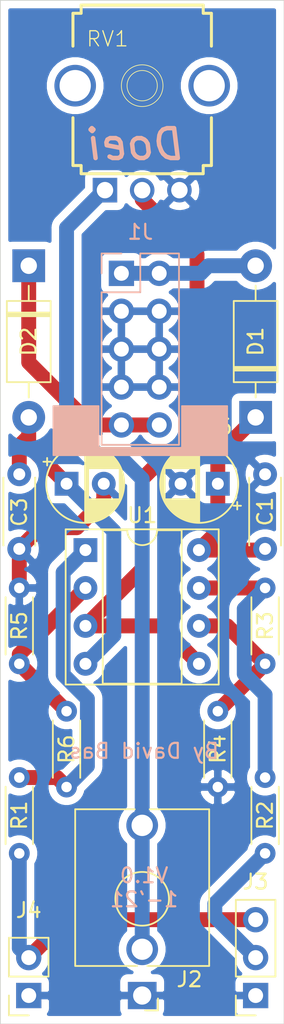
<source format=kicad_pcb>
(kicad_pcb (version 20171130) (host pcbnew "(5.1.8)-1")

  (general
    (thickness 1.6)
    (drawings 8)
    (tracks 70)
    (zones 0)
    (modules 18)
    (nets 14)
  )

  (page A4)
  (layers
    (0 F.Cu signal)
    (31 B.Cu signal)
    (32 B.Adhes user hide)
    (33 F.Adhes user hide)
    (34 B.Paste user hide)
    (35 F.Paste user hide)
    (36 B.SilkS user)
    (37 F.SilkS user hide)
    (38 B.Mask user)
    (39 F.Mask user)
    (40 Dwgs.User user hide)
    (41 Cmts.User user hide)
    (42 Eco1.User user hide)
    (43 Eco2.User user hide)
    (44 Edge.Cuts user)
    (45 Margin user hide)
    (46 B.CrtYd user hide)
    (47 F.CrtYd user hide)
    (48 B.Fab user hide)
    (49 F.Fab user hide)
  )

  (setup
    (last_trace_width 1)
    (trace_clearance 0.2)
    (zone_clearance 0.508)
    (zone_45_only no)
    (trace_min 0.2)
    (via_size 0.8)
    (via_drill 0.4)
    (via_min_size 0.4)
    (via_min_drill 0.3)
    (uvia_size 0.3)
    (uvia_drill 0.1)
    (uvias_allowed no)
    (uvia_min_size 0.2)
    (uvia_min_drill 0.1)
    (edge_width 0.05)
    (segment_width 0.2)
    (pcb_text_width 0.3)
    (pcb_text_size 1.5 1.5)
    (mod_edge_width 0.12)
    (mod_text_size 1 1)
    (mod_text_width 0.15)
    (pad_size 1.524 1.524)
    (pad_drill 0.762)
    (pad_to_mask_clearance 0)
    (aux_axis_origin 0 0)
    (visible_elements 7FFFFFFF)
    (pcbplotparams
      (layerselection 0x010f0_ffffffff)
      (usegerberextensions false)
      (usegerberattributes true)
      (usegerberadvancedattributes true)
      (creategerberjobfile true)
      (excludeedgelayer true)
      (linewidth 0.100000)
      (plotframeref false)
      (viasonmask false)
      (mode 1)
      (useauxorigin false)
      (hpglpennumber 1)
      (hpglpenspeed 20)
      (hpglpendiameter 15.000000)
      (psnegative false)
      (psa4output false)
      (plotreference true)
      (plotvalue true)
      (plotinvisibletext false)
      (padsonsilk false)
      (subtractmaskfromsilk true)
      (outputformat 1)
      (mirror false)
      (drillshape 0)
      (scaleselection 1)
      (outputdirectory ""))
  )

  (net 0 "")
  (net 1 +12V)
  (net 2 GND)
  (net 3 -12V)
  (net 4 "Net-(D1-Pad2)")
  (net 5 "Net-(D2-Pad1)")
  (net 6 "Net-(J2-PadT)")
  (net 7 "Net-(J3-Pad2)")
  (net 8 "Net-(J3-Pad3)")
  (net 9 "Net-(R1-Pad1)")
  (net 10 "Net-(R2-Pad1)")
  (net 11 "Net-(R3-Pad1)")
  (net 12 "Net-(R5-Pad1)")
  (net 13 "Net-(RV1-Pad2)")

  (net_class Default "This is the default net class."
    (clearance 0.2)
    (trace_width 1)
    (via_dia 0.8)
    (via_drill 0.4)
    (uvia_dia 0.3)
    (uvia_drill 0.1)
    (add_net +12V)
    (add_net -12V)
    (add_net GND)
    (add_net "Net-(D1-Pad2)")
    (add_net "Net-(D2-Pad1)")
    (add_net "Net-(J2-PadT)")
    (add_net "Net-(J3-Pad2)")
    (add_net "Net-(J3-Pad3)")
    (add_net "Net-(R1-Pad1)")
    (add_net "Net-(R2-Pad1)")
    (add_net "Net-(R3-Pad1)")
    (add_net "Net-(R5-Pad1)")
    (add_net "Net-(RV1-Pad2)")
  )

  (module Connector_PinSocket_2.54mm:PinSocket_2x05_P2.54mm_Vertical (layer B.Cu) (tedit 5A19A42B) (tstamp 5FE388AD)
    (at 33.528 56.388 180)
    (descr "Through hole straight socket strip, 2x05, 2.54mm pitch, double cols (from Kicad 4.0.7), script generated")
    (tags "Through hole socket strip THT 2x05 2.54mm double row")
    (path /5FE25729)
    (fp_text reference J1 (at -1.27 2.77) (layer B.SilkS)
      (effects (font (size 1 1) (thickness 0.15)) (justify mirror))
    )
    (fp_text value POWER (at -1.27 -12.93) (layer B.Fab)
      (effects (font (size 1 1) (thickness 0.15)) (justify mirror))
    )
    (fp_text user %R (at -1.27 -5.08 270) (layer B.Fab)
      (effects (font (size 1 1) (thickness 0.15)) (justify mirror))
    )
    (fp_line (start -3.81 1.27) (end 0.27 1.27) (layer B.Fab) (width 0.1))
    (fp_line (start 0.27 1.27) (end 1.27 0.27) (layer B.Fab) (width 0.1))
    (fp_line (start 1.27 0.27) (end 1.27 -11.43) (layer B.Fab) (width 0.1))
    (fp_line (start 1.27 -11.43) (end -3.81 -11.43) (layer B.Fab) (width 0.1))
    (fp_line (start -3.81 -11.43) (end -3.81 1.27) (layer B.Fab) (width 0.1))
    (fp_line (start -3.87 1.33) (end -1.27 1.33) (layer B.SilkS) (width 0.12))
    (fp_line (start -3.87 1.33) (end -3.87 -11.49) (layer B.SilkS) (width 0.12))
    (fp_line (start -3.87 -11.49) (end 1.33 -11.49) (layer B.SilkS) (width 0.12))
    (fp_line (start 1.33 -1.27) (end 1.33 -11.49) (layer B.SilkS) (width 0.12))
    (fp_line (start -1.27 -1.27) (end 1.33 -1.27) (layer B.SilkS) (width 0.12))
    (fp_line (start -1.27 1.33) (end -1.27 -1.27) (layer B.SilkS) (width 0.12))
    (fp_line (start 1.33 1.33) (end 1.33 0) (layer B.SilkS) (width 0.12))
    (fp_line (start 0 1.33) (end 1.33 1.33) (layer B.SilkS) (width 0.12))
    (fp_line (start -4.34 1.8) (end 1.76 1.8) (layer B.CrtYd) (width 0.05))
    (fp_line (start 1.76 1.8) (end 1.76 -11.9) (layer B.CrtYd) (width 0.05))
    (fp_line (start 1.76 -11.9) (end -4.34 -11.9) (layer B.CrtYd) (width 0.05))
    (fp_line (start -4.34 -11.9) (end -4.34 1.8) (layer B.CrtYd) (width 0.05))
    (pad 10 thru_hole oval (at -2.54 -10.16 180) (size 1.7 1.7) (drill 1) (layers *.Cu *.Mask)
      (net 5 "Net-(D2-Pad1)"))
    (pad 9 thru_hole oval (at 0 -10.16 180) (size 1.7 1.7) (drill 1) (layers *.Cu *.Mask)
      (net 5 "Net-(D2-Pad1)"))
    (pad 8 thru_hole oval (at -2.54 -7.62 180) (size 1.7 1.7) (drill 1) (layers *.Cu *.Mask)
      (net 2 GND))
    (pad 7 thru_hole oval (at 0 -7.62 180) (size 1.7 1.7) (drill 1) (layers *.Cu *.Mask)
      (net 2 GND))
    (pad 6 thru_hole oval (at -2.54 -5.08 180) (size 1.7 1.7) (drill 1) (layers *.Cu *.Mask)
      (net 2 GND))
    (pad 5 thru_hole oval (at 0 -5.08 180) (size 1.7 1.7) (drill 1) (layers *.Cu *.Mask)
      (net 2 GND))
    (pad 4 thru_hole oval (at -2.54 -2.54 180) (size 1.7 1.7) (drill 1) (layers *.Cu *.Mask)
      (net 2 GND))
    (pad 3 thru_hole oval (at 0 -2.54 180) (size 1.7 1.7) (drill 1) (layers *.Cu *.Mask)
      (net 2 GND))
    (pad 2 thru_hole oval (at -2.54 0 180) (size 1.7 1.7) (drill 1) (layers *.Cu *.Mask)
      (net 4 "Net-(D1-Pad2)"))
    (pad 1 thru_hole rect (at 0 0 180) (size 1.7 1.7) (drill 1) (layers *.Cu *.Mask)
      (net 4 "Net-(D1-Pad2)"))
    (model ${KISYS3DMOD}/Connector_PinSocket_2.54mm.3dshapes/PinSocket_2x05_P2.54mm_Vertical.wrl
      (at (xyz 0 0 0))
      (scale (xyz 1 1 1))
      (rotate (xyz 0 0 0))
    )
  )

  (module Connector_PinSocket_2.54mm:PinSocket_1x02_P2.54mm_Vertical (layer F.Cu) (tedit 5A19A420) (tstamp 5FE388FC)
    (at 27.305 104.775 180)
    (descr "Through hole straight socket strip, 1x02, 2.54mm pitch, single row (from Kicad 4.0.7), script generated")
    (tags "Through hole socket strip THT 1x02 2.54mm single row")
    (path /5FE3425F)
    (fp_text reference J4 (at 0 5.715) (layer F.SilkS)
      (effects (font (size 1 1) (thickness 0.15)))
    )
    (fp_text value MONO (at 0 5.31) (layer F.Fab)
      (effects (font (size 1 1) (thickness 0.15)))
    )
    (fp_line (start -1.8 4.3) (end -1.8 -1.8) (layer F.CrtYd) (width 0.05))
    (fp_line (start 1.75 4.3) (end -1.8 4.3) (layer F.CrtYd) (width 0.05))
    (fp_line (start 1.75 -1.8) (end 1.75 4.3) (layer F.CrtYd) (width 0.05))
    (fp_line (start -1.8 -1.8) (end 1.75 -1.8) (layer F.CrtYd) (width 0.05))
    (fp_line (start 0 -1.33) (end 1.33 -1.33) (layer F.SilkS) (width 0.12))
    (fp_line (start 1.33 -1.33) (end 1.33 0) (layer F.SilkS) (width 0.12))
    (fp_line (start 1.33 1.27) (end 1.33 3.87) (layer F.SilkS) (width 0.12))
    (fp_line (start -1.33 3.87) (end 1.33 3.87) (layer F.SilkS) (width 0.12))
    (fp_line (start -1.33 1.27) (end -1.33 3.87) (layer F.SilkS) (width 0.12))
    (fp_line (start -1.33 1.27) (end 1.33 1.27) (layer F.SilkS) (width 0.12))
    (fp_line (start -1.27 3.81) (end -1.27 -1.27) (layer F.Fab) (width 0.1))
    (fp_line (start 1.27 3.81) (end -1.27 3.81) (layer F.Fab) (width 0.1))
    (fp_line (start 1.27 -0.635) (end 1.27 3.81) (layer F.Fab) (width 0.1))
    (fp_line (start 0.635 -1.27) (end 1.27 -0.635) (layer F.Fab) (width 0.1))
    (fp_line (start -1.27 -1.27) (end 0.635 -1.27) (layer F.Fab) (width 0.1))
    (fp_text user %R (at 0 1.27 90) (layer F.Fab)
      (effects (font (size 1 1) (thickness 0.15)))
    )
    (pad 2 thru_hole oval (at 0 2.54 180) (size 1.7 1.7) (drill 1) (layers *.Cu *.Mask)
      (net 8 "Net-(J3-Pad3)"))
    (pad 1 thru_hole rect (at 0 0 180) (size 1.7 1.7) (drill 1) (layers *.Cu *.Mask)
      (net 2 GND))
    (model ${KISYS3DMOD}/Connector_PinSocket_2.54mm.3dshapes/PinSocket_1x02_P2.54mm_Vertical.wrl
      (at (xyz 0 0 0))
      (scale (xyz 1 1 1))
      (rotate (xyz 0 0 0))
    )
  )

  (module Connector_PinSocket_2.54mm:PinSocket_1x03_P2.54mm_Vertical (layer F.Cu) (tedit 5A19A429) (tstamp 5FE388E5)
    (at 42.545 104.775 180)
    (descr "Through hole straight socket strip, 1x03, 2.54mm pitch, single row (from Kicad 4.0.7), script generated")
    (tags "Through hole socket strip THT 1x03 2.54mm single row")
    (path /5FE354DF)
    (fp_text reference J3 (at 0 7.62) (layer F.SilkS)
      (effects (font (size 1 1) (thickness 0.15)))
    )
    (fp_text value HEADPHONES (at 0 7.85) (layer F.Fab)
      (effects (font (size 1 1) (thickness 0.15)))
    )
    (fp_line (start -1.8 6.85) (end -1.8 -1.8) (layer F.CrtYd) (width 0.05))
    (fp_line (start 1.75 6.85) (end -1.8 6.85) (layer F.CrtYd) (width 0.05))
    (fp_line (start 1.75 -1.8) (end 1.75 6.85) (layer F.CrtYd) (width 0.05))
    (fp_line (start -1.8 -1.8) (end 1.75 -1.8) (layer F.CrtYd) (width 0.05))
    (fp_line (start 0 -1.33) (end 1.33 -1.33) (layer F.SilkS) (width 0.12))
    (fp_line (start 1.33 -1.33) (end 1.33 0) (layer F.SilkS) (width 0.12))
    (fp_line (start 1.33 1.27) (end 1.33 6.41) (layer F.SilkS) (width 0.12))
    (fp_line (start -1.33 6.41) (end 1.33 6.41) (layer F.SilkS) (width 0.12))
    (fp_line (start -1.33 1.27) (end -1.33 6.41) (layer F.SilkS) (width 0.12))
    (fp_line (start -1.33 1.27) (end 1.33 1.27) (layer F.SilkS) (width 0.12))
    (fp_line (start -1.27 6.35) (end -1.27 -1.27) (layer F.Fab) (width 0.1))
    (fp_line (start 1.27 6.35) (end -1.27 6.35) (layer F.Fab) (width 0.1))
    (fp_line (start 1.27 -0.635) (end 1.27 6.35) (layer F.Fab) (width 0.1))
    (fp_line (start 0.635 -1.27) (end 1.27 -0.635) (layer F.Fab) (width 0.1))
    (fp_line (start -1.27 -1.27) (end 0.635 -1.27) (layer F.Fab) (width 0.1))
    (fp_text user %R (at 0 2.54 90) (layer F.Fab)
      (effects (font (size 1 1) (thickness 0.15)))
    )
    (pad 3 thru_hole oval (at 0 5.08 180) (size 1.7 1.7) (drill 1) (layers *.Cu *.Mask)
      (net 8 "Net-(J3-Pad3)"))
    (pad 2 thru_hole oval (at 0 2.54 180) (size 1.7 1.7) (drill 1) (layers *.Cu *.Mask)
      (net 7 "Net-(J3-Pad2)"))
    (pad 1 thru_hole rect (at 0 0 180) (size 1.7 1.7) (drill 1) (layers *.Cu *.Mask)
      (net 2 GND))
    (model ${KISYS3DMOD}/Connector_PinSocket_2.54mm.3dshapes/PinSocket_1x03_P2.54mm_Vertical.wrl
      (at (xyz 0 0 0))
      (scale (xyz 1 1 1))
      (rotate (xyz 0 0 0))
    )
  )

  (module Package_DIP:DIP-8_W7.62mm_Socket (layer F.Cu) (tedit 5A02E8C5) (tstamp 5FE389B6)
    (at 31.115 74.93)
    (descr "8-lead though-hole mounted DIP package, row spacing 7.62 mm (300 mils), Socket")
    (tags "THT DIP DIL PDIP 2.54mm 7.62mm 300mil Socket")
    (path /5FE1DC98)
    (fp_text reference U1 (at 3.81 -2.33) (layer F.SilkS)
      (effects (font (size 1 1) (thickness 0.15)))
    )
    (fp_text value OPA2134 (at 3.81 9.95) (layer F.Fab)
      (effects (font (size 1 1) (thickness 0.15)))
    )
    (fp_line (start 9.15 -1.6) (end -1.55 -1.6) (layer F.CrtYd) (width 0.05))
    (fp_line (start 9.15 9.2) (end 9.15 -1.6) (layer F.CrtYd) (width 0.05))
    (fp_line (start -1.55 9.2) (end 9.15 9.2) (layer F.CrtYd) (width 0.05))
    (fp_line (start -1.55 -1.6) (end -1.55 9.2) (layer F.CrtYd) (width 0.05))
    (fp_line (start 8.95 -1.39) (end -1.33 -1.39) (layer F.SilkS) (width 0.12))
    (fp_line (start 8.95 9.01) (end 8.95 -1.39) (layer F.SilkS) (width 0.12))
    (fp_line (start -1.33 9.01) (end 8.95 9.01) (layer F.SilkS) (width 0.12))
    (fp_line (start -1.33 -1.39) (end -1.33 9.01) (layer F.SilkS) (width 0.12))
    (fp_line (start 6.46 -1.33) (end 4.81 -1.33) (layer F.SilkS) (width 0.12))
    (fp_line (start 6.46 8.95) (end 6.46 -1.33) (layer F.SilkS) (width 0.12))
    (fp_line (start 1.16 8.95) (end 6.46 8.95) (layer F.SilkS) (width 0.12))
    (fp_line (start 1.16 -1.33) (end 1.16 8.95) (layer F.SilkS) (width 0.12))
    (fp_line (start 2.81 -1.33) (end 1.16 -1.33) (layer F.SilkS) (width 0.12))
    (fp_line (start 8.89 -1.33) (end -1.27 -1.33) (layer F.Fab) (width 0.1))
    (fp_line (start 8.89 8.95) (end 8.89 -1.33) (layer F.Fab) (width 0.1))
    (fp_line (start -1.27 8.95) (end 8.89 8.95) (layer F.Fab) (width 0.1))
    (fp_line (start -1.27 -1.33) (end -1.27 8.95) (layer F.Fab) (width 0.1))
    (fp_line (start 0.635 -0.27) (end 1.635 -1.27) (layer F.Fab) (width 0.1))
    (fp_line (start 0.635 8.89) (end 0.635 -0.27) (layer F.Fab) (width 0.1))
    (fp_line (start 6.985 8.89) (end 0.635 8.89) (layer F.Fab) (width 0.1))
    (fp_line (start 6.985 -1.27) (end 6.985 8.89) (layer F.Fab) (width 0.1))
    (fp_line (start 1.635 -1.27) (end 6.985 -1.27) (layer F.Fab) (width 0.1))
    (fp_text user %R (at 3.81 3.81) (layer F.Fab)
      (effects (font (size 1 1) (thickness 0.15)))
    )
    (fp_arc (start 3.81 -1.33) (end 2.81 -1.33) (angle -180) (layer F.SilkS) (width 0.12))
    (pad 8 thru_hole oval (at 7.62 0) (size 1.6 1.6) (drill 0.8) (layers *.Cu *.Mask)
      (net 1 +12V))
    (pad 4 thru_hole oval (at 0 7.62) (size 1.6 1.6) (drill 0.8) (layers *.Cu *.Mask)
      (net 3 -12V))
    (pad 7 thru_hole oval (at 7.62 2.54) (size 1.6 1.6) (drill 0.8) (layers *.Cu *.Mask)
      (net 10 "Net-(R2-Pad1)"))
    (pad 3 thru_hole oval (at 0 5.08) (size 1.6 1.6) (drill 0.8) (layers *.Cu *.Mask)
      (net 13 "Net-(RV1-Pad2)"))
    (pad 6 thru_hole oval (at 7.62 5.08) (size 1.6 1.6) (drill 0.8) (layers *.Cu *.Mask)
      (net 11 "Net-(R3-Pad1)"))
    (pad 2 thru_hole oval (at 0 2.54) (size 1.6 1.6) (drill 0.8) (layers *.Cu *.Mask)
      (net 12 "Net-(R5-Pad1)"))
    (pad 5 thru_hole oval (at 7.62 7.62) (size 1.6 1.6) (drill 0.8) (layers *.Cu *.Mask)
      (net 13 "Net-(RV1-Pad2)"))
    (pad 1 thru_hole rect (at 0 0) (size 1.6 1.6) (drill 0.8) (layers *.Cu *.Mask)
      (net 9 "Net-(R1-Pad1)"))
    (model ${KISYS3DMOD}/Package_DIP.3dshapes/DIP-8_W7.62mm_Socket.wrl
      (at (xyz 0 0 0))
      (scale (xyz 1 1 1))
      (rotate (xyz 0 0 0))
    )
  )

  (module MusicThingModular:9MM_SNAP-IN_POT (layer F.Cu) (tedit 0) (tstamp 5FE38992)
    (at 34.925 43.815)
    (descr "9mm vertical snap-in pot, Alpha / Panasonic style")
    (path /5FE269BB)
    (fp_text reference RV1 (at -3.81 -2.54) (layer F.SilkS)
      (effects (font (size 1.01346 1.01346) (thickness 0.085344)) (justify left bottom))
    )
    (fp_text value VOLUME (at -3.81 3.81) (layer F.Fab)
      (effects (font (size 1.2065 1.2065) (thickness 0.1016)) (justify left bottom))
    )
    (fp_line (start -4.1 -5.4) (end 4.1 -5.4) (layer F.SilkS) (width 0.2032))
    (fp_line (start 4.65 -4.85) (end 4.65 5.35) (layer F.Fab) (width 0.2032))
    (fp_line (start 4.1 5.9) (end -4.1 5.9) (layer F.SilkS) (width 0.2032))
    (fp_line (start -4.65 5.35) (end -4.65 -4.85) (layer F.Fab) (width 0.2032))
    (fp_line (start -4.75 -0.9) (end -5.5 -0.9) (layer F.Fab) (width 0.2032))
    (fp_line (start -5.5 -0.9) (end -5.5 0.9) (layer F.Fab) (width 0.2032))
    (fp_line (start -5.5 0.9) (end -4.75 0.9) (layer F.Fab) (width 0.2032))
    (fp_line (start 4.75 0.9) (end 5.5 0.9) (layer F.Fab) (width 0.2032))
    (fp_line (start 5.5 0.9) (end 5.5 -0.9) (layer F.Fab) (width 0.2032))
    (fp_line (start 5.5 -0.9) (end 4.75 -0.9) (layer F.Fab) (width 0.2032))
    (fp_line (start -4.1 -4.85) (end -4.65 -4.85) (layer F.SilkS) (width 0.2032))
    (fp_line (start -4.1 -5.4) (end -4.1 -4.85) (layer F.SilkS) (width 0.2032))
    (fp_line (start -4.1 5.35) (end -4.1 5.9) (layer F.SilkS) (width 0.2032))
    (fp_line (start -4.65 5.35) (end -4.1 5.35) (layer F.SilkS) (width 0.2032))
    (fp_line (start 4.1 5.35) (end 4.65 5.35) (layer F.SilkS) (width 0.2032))
    (fp_line (start 4.1 5.9) (end 4.1 5.35) (layer F.SilkS) (width 0.2032))
    (fp_line (start 4.1 -4.85) (end 4.1 -5.4) (layer F.SilkS) (width 0.2032))
    (fp_line (start 4.65 -4.85) (end 4.1 -4.85) (layer F.SilkS) (width 0.2032))
    (fp_line (start -4.65 -2.65) (end -4.65 -4.85) (layer F.SilkS) (width 0.2032))
    (fp_line (start -4.65 5.35) (end -4.65 2.15) (layer F.SilkS) (width 0.2032))
    (fp_line (start 4.65 -4.85) (end 4.65 -2.65) (layer F.SilkS) (width 0.2032))
    (fp_line (start 4.65 2.15) (end 4.65 5.35) (layer F.SilkS) (width 0.2032))
    (fp_circle (center 0 0) (end 1.397 0) (layer F.SilkS) (width 0.0508))
    (fp_poly (pts (xy -2.925 7.325) (xy -2.075 7.325) (xy -2.075 6) (xy -2.925 6)) (layer F.Fab) (width 0))
    (fp_poly (pts (xy -0.425 7.325) (xy 0.425 7.325) (xy 0.425 6) (xy -0.425 6)) (layer F.Fab) (width 0))
    (fp_poly (pts (xy 2.075 7.325) (xy 2.925 7.325) (xy 2.925 6) (xy 2.075 6)) (layer F.Fab) (width 0))
    (fp_circle (center 0 0) (end 1.016 0) (layer F.SilkS) (width 0.0508))
    (pad CHASSIS1 thru_hole circle (at -4.5 0 270) (size 2.794 2.794) (drill 2.1) (layers *.Cu *.Mask)
      (solder_mask_margin 0.1016))
    (pad CHASSIS2 thru_hole circle (at 4.5 0 270) (size 2.794 2.794) (drill 2.1) (layers *.Cu *.Mask)
      (solder_mask_margin 0.1016))
    (pad 3 thru_hole circle (at 2.5 7 270) (size 1.65 1.65) (drill 1.1) (layers *.Cu *.Mask)
      (net 2 GND) (solder_mask_margin 0.1016))
    (pad 2 thru_hole circle (at 0 7 270) (size 1.65 1.65) (drill 1.1) (layers *.Cu *.Mask)
      (net 13 "Net-(RV1-Pad2)") (solder_mask_margin 0.1016))
    (pad 1 thru_hole rect (at -2.5 7 270) (size 1.65 1.65) (drill 1.1) (layers *.Cu *.Mask)
      (net 6 "Net-(J2-PadT)") (solder_mask_margin 0.1016))
  )

  (module Resistor_THT:R_Axial_DIN0204_L3.6mm_D1.6mm_P5.08mm_Horizontal (layer F.Cu) (tedit 5AE5139B) (tstamp 5FE3896E)
    (at 29.845 85.725 270)
    (descr "Resistor, Axial_DIN0204 series, Axial, Horizontal, pin pitch=5.08mm, 0.167W, length*diameter=3.6*1.6mm^2, http://cdn-reichelt.de/documents/datenblatt/B400/1_4W%23YAG.pdf")
    (tags "Resistor Axial_DIN0204 series Axial Horizontal pin pitch 5.08mm 0.167W length 3.6mm diameter 1.6mm")
    (path /5FE2F0EB)
    (fp_text reference R6 (at 2.54 0 90) (layer F.SilkS)
      (effects (font (size 1 1) (thickness 0.15)))
    )
    (fp_text value 2K (at 2.54 1.92 90) (layer F.Fab)
      (effects (font (size 1 1) (thickness 0.15)))
    )
    (fp_line (start 6.03 -1.05) (end -0.95 -1.05) (layer F.CrtYd) (width 0.05))
    (fp_line (start 6.03 1.05) (end 6.03 -1.05) (layer F.CrtYd) (width 0.05))
    (fp_line (start -0.95 1.05) (end 6.03 1.05) (layer F.CrtYd) (width 0.05))
    (fp_line (start -0.95 -1.05) (end -0.95 1.05) (layer F.CrtYd) (width 0.05))
    (fp_line (start 0.62 0.92) (end 4.46 0.92) (layer F.SilkS) (width 0.12))
    (fp_line (start 0.62 -0.92) (end 4.46 -0.92) (layer F.SilkS) (width 0.12))
    (fp_line (start 5.08 0) (end 4.34 0) (layer F.Fab) (width 0.1))
    (fp_line (start 0 0) (end 0.74 0) (layer F.Fab) (width 0.1))
    (fp_line (start 4.34 -0.8) (end 0.74 -0.8) (layer F.Fab) (width 0.1))
    (fp_line (start 4.34 0.8) (end 4.34 -0.8) (layer F.Fab) (width 0.1))
    (fp_line (start 0.74 0.8) (end 4.34 0.8) (layer F.Fab) (width 0.1))
    (fp_line (start 0.74 -0.8) (end 0.74 0.8) (layer F.Fab) (width 0.1))
    (fp_text user %R (at 2.54 0 90) (layer F.Fab)
      (effects (font (size 0.72 0.72) (thickness 0.108)))
    )
    (pad 2 thru_hole oval (at 5.08 0 270) (size 1.4 1.4) (drill 0.7) (layers *.Cu *.Mask)
      (net 9 "Net-(R1-Pad1)"))
    (pad 1 thru_hole circle (at 0 0 270) (size 1.4 1.4) (drill 0.7) (layers *.Cu *.Mask)
      (net 12 "Net-(R5-Pad1)"))
    (model ${KISYS3DMOD}/Resistor_THT.3dshapes/R_Axial_DIN0204_L3.6mm_D1.6mm_P5.08mm_Horizontal.wrl
      (at (xyz 0 0 0))
      (scale (xyz 1 1 1))
      (rotate (xyz 0 0 0))
    )
  )

  (module Resistor_THT:R_Axial_DIN0204_L3.6mm_D1.6mm_P5.08mm_Horizontal (layer F.Cu) (tedit 5AE5139B) (tstamp 5FE3895B)
    (at 26.67 82.55 90)
    (descr "Resistor, Axial_DIN0204 series, Axial, Horizontal, pin pitch=5.08mm, 0.167W, length*diameter=3.6*1.6mm^2, http://cdn-reichelt.de/documents/datenblatt/B400/1_4W%23YAG.pdf")
    (tags "Resistor Axial_DIN0204 series Axial Horizontal pin pitch 5.08mm 0.167W length 3.6mm diameter 1.6mm")
    (path /5FE2FBA0)
    (fp_text reference R5 (at 2.54 0 90) (layer F.SilkS)
      (effects (font (size 1 1) (thickness 0.15)))
    )
    (fp_text value 2K (at 2.54 1.92 90) (layer F.Fab)
      (effects (font (size 1 1) (thickness 0.15)))
    )
    (fp_line (start 6.03 -1.05) (end -0.95 -1.05) (layer F.CrtYd) (width 0.05))
    (fp_line (start 6.03 1.05) (end 6.03 -1.05) (layer F.CrtYd) (width 0.05))
    (fp_line (start -0.95 1.05) (end 6.03 1.05) (layer F.CrtYd) (width 0.05))
    (fp_line (start -0.95 -1.05) (end -0.95 1.05) (layer F.CrtYd) (width 0.05))
    (fp_line (start 0.62 0.92) (end 4.46 0.92) (layer F.SilkS) (width 0.12))
    (fp_line (start 0.62 -0.92) (end 4.46 -0.92) (layer F.SilkS) (width 0.12))
    (fp_line (start 5.08 0) (end 4.34 0) (layer F.Fab) (width 0.1))
    (fp_line (start 0 0) (end 0.74 0) (layer F.Fab) (width 0.1))
    (fp_line (start 4.34 -0.8) (end 0.74 -0.8) (layer F.Fab) (width 0.1))
    (fp_line (start 4.34 0.8) (end 4.34 -0.8) (layer F.Fab) (width 0.1))
    (fp_line (start 0.74 0.8) (end 4.34 0.8) (layer F.Fab) (width 0.1))
    (fp_line (start 0.74 -0.8) (end 0.74 0.8) (layer F.Fab) (width 0.1))
    (fp_text user %R (at 2.54 0 90) (layer F.Fab)
      (effects (font (size 0.72 0.72) (thickness 0.108)))
    )
    (pad 2 thru_hole oval (at 5.08 0 90) (size 1.4 1.4) (drill 0.7) (layers *.Cu *.Mask)
      (net 2 GND))
    (pad 1 thru_hole circle (at 0 0 90) (size 1.4 1.4) (drill 0.7) (layers *.Cu *.Mask)
      (net 12 "Net-(R5-Pad1)"))
    (model ${KISYS3DMOD}/Resistor_THT.3dshapes/R_Axial_DIN0204_L3.6mm_D1.6mm_P5.08mm_Horizontal.wrl
      (at (xyz 0 0 0))
      (scale (xyz 1 1 1))
      (rotate (xyz 0 0 0))
    )
  )

  (module Resistor_THT:R_Axial_DIN0204_L3.6mm_D1.6mm_P5.08mm_Horizontal (layer F.Cu) (tedit 5AE5139B) (tstamp 5FE38948)
    (at 40.005 85.725 270)
    (descr "Resistor, Axial_DIN0204 series, Axial, Horizontal, pin pitch=5.08mm, 0.167W, length*diameter=3.6*1.6mm^2, http://cdn-reichelt.de/documents/datenblatt/B400/1_4W%23YAG.pdf")
    (tags "Resistor Axial_DIN0204 series Axial Horizontal pin pitch 5.08mm 0.167W length 3.6mm diameter 1.6mm")
    (path /5FE39BE1)
    (fp_text reference R4 (at 2.54 0 90) (layer F.SilkS)
      (effects (font (size 1 1) (thickness 0.15)))
    )
    (fp_text value 2K (at 2.54 1.92 90) (layer F.Fab)
      (effects (font (size 1 1) (thickness 0.15)))
    )
    (fp_line (start 6.03 -1.05) (end -0.95 -1.05) (layer F.CrtYd) (width 0.05))
    (fp_line (start 6.03 1.05) (end 6.03 -1.05) (layer F.CrtYd) (width 0.05))
    (fp_line (start -0.95 1.05) (end 6.03 1.05) (layer F.CrtYd) (width 0.05))
    (fp_line (start -0.95 -1.05) (end -0.95 1.05) (layer F.CrtYd) (width 0.05))
    (fp_line (start 0.62 0.92) (end 4.46 0.92) (layer F.SilkS) (width 0.12))
    (fp_line (start 0.62 -0.92) (end 4.46 -0.92) (layer F.SilkS) (width 0.12))
    (fp_line (start 5.08 0) (end 4.34 0) (layer F.Fab) (width 0.1))
    (fp_line (start 0 0) (end 0.74 0) (layer F.Fab) (width 0.1))
    (fp_line (start 4.34 -0.8) (end 0.74 -0.8) (layer F.Fab) (width 0.1))
    (fp_line (start 4.34 0.8) (end 4.34 -0.8) (layer F.Fab) (width 0.1))
    (fp_line (start 0.74 0.8) (end 4.34 0.8) (layer F.Fab) (width 0.1))
    (fp_line (start 0.74 -0.8) (end 0.74 0.8) (layer F.Fab) (width 0.1))
    (fp_text user %R (at 2.54 0 90) (layer F.Fab)
      (effects (font (size 0.72 0.72) (thickness 0.108)))
    )
    (pad 2 thru_hole oval (at 5.08 0 270) (size 1.4 1.4) (drill 0.7) (layers *.Cu *.Mask)
      (net 2 GND))
    (pad 1 thru_hole circle (at 0 0 270) (size 1.4 1.4) (drill 0.7) (layers *.Cu *.Mask)
      (net 11 "Net-(R3-Pad1)"))
    (model ${KISYS3DMOD}/Resistor_THT.3dshapes/R_Axial_DIN0204_L3.6mm_D1.6mm_P5.08mm_Horizontal.wrl
      (at (xyz 0 0 0))
      (scale (xyz 1 1 1))
      (rotate (xyz 0 0 0))
    )
  )

  (module Resistor_THT:R_Axial_DIN0204_L3.6mm_D1.6mm_P5.08mm_Horizontal (layer F.Cu) (tedit 5AE5139B) (tstamp 5FE38935)
    (at 43.18 82.55 90)
    (descr "Resistor, Axial_DIN0204 series, Axial, Horizontal, pin pitch=5.08mm, 0.167W, length*diameter=3.6*1.6mm^2, http://cdn-reichelt.de/documents/datenblatt/B400/1_4W%23YAG.pdf")
    (tags "Resistor Axial_DIN0204 series Axial Horizontal pin pitch 5.08mm 0.167W length 3.6mm diameter 1.6mm")
    (path /5FE38D6A)
    (fp_text reference R3 (at 2.54 0 90) (layer F.SilkS)
      (effects (font (size 1 1) (thickness 0.15)))
    )
    (fp_text value 2K (at 2.54 1.92 90) (layer F.Fab)
      (effects (font (size 1 1) (thickness 0.15)))
    )
    (fp_line (start 6.03 -1.05) (end -0.95 -1.05) (layer F.CrtYd) (width 0.05))
    (fp_line (start 6.03 1.05) (end 6.03 -1.05) (layer F.CrtYd) (width 0.05))
    (fp_line (start -0.95 1.05) (end 6.03 1.05) (layer F.CrtYd) (width 0.05))
    (fp_line (start -0.95 -1.05) (end -0.95 1.05) (layer F.CrtYd) (width 0.05))
    (fp_line (start 0.62 0.92) (end 4.46 0.92) (layer F.SilkS) (width 0.12))
    (fp_line (start 0.62 -0.92) (end 4.46 -0.92) (layer F.SilkS) (width 0.12))
    (fp_line (start 5.08 0) (end 4.34 0) (layer F.Fab) (width 0.1))
    (fp_line (start 0 0) (end 0.74 0) (layer F.Fab) (width 0.1))
    (fp_line (start 4.34 -0.8) (end 0.74 -0.8) (layer F.Fab) (width 0.1))
    (fp_line (start 4.34 0.8) (end 4.34 -0.8) (layer F.Fab) (width 0.1))
    (fp_line (start 0.74 0.8) (end 4.34 0.8) (layer F.Fab) (width 0.1))
    (fp_line (start 0.74 -0.8) (end 0.74 0.8) (layer F.Fab) (width 0.1))
    (fp_text user %R (at 2.54 0 90) (layer F.Fab)
      (effects (font (size 0.72 0.72) (thickness 0.108)))
    )
    (pad 2 thru_hole oval (at 5.08 0 90) (size 1.4 1.4) (drill 0.7) (layers *.Cu *.Mask)
      (net 10 "Net-(R2-Pad1)"))
    (pad 1 thru_hole circle (at 0 0 90) (size 1.4 1.4) (drill 0.7) (layers *.Cu *.Mask)
      (net 11 "Net-(R3-Pad1)"))
    (model ${KISYS3DMOD}/Resistor_THT.3dshapes/R_Axial_DIN0204_L3.6mm_D1.6mm_P5.08mm_Horizontal.wrl
      (at (xyz 0 0 0))
      (scale (xyz 1 1 1))
      (rotate (xyz 0 0 0))
    )
  )

  (module Resistor_THT:R_Axial_DIN0204_L3.6mm_D1.6mm_P5.08mm_Horizontal (layer F.Cu) (tedit 5AE5139B) (tstamp 5FE38922)
    (at 43.18 90.17 270)
    (descr "Resistor, Axial_DIN0204 series, Axial, Horizontal, pin pitch=5.08mm, 0.167W, length*diameter=3.6*1.6mm^2, http://cdn-reichelt.de/documents/datenblatt/B400/1_4W%23YAG.pdf")
    (tags "Resistor Axial_DIN0204 series Axial Horizontal pin pitch 5.08mm 0.167W length 3.6mm diameter 1.6mm")
    (path /5FE37D4E)
    (fp_text reference R2 (at 2.54 0 90) (layer F.SilkS)
      (effects (font (size 1 1) (thickness 0.15)))
    )
    (fp_text value 47R (at 2.54 1.92 90) (layer F.Fab)
      (effects (font (size 1 1) (thickness 0.15)))
    )
    (fp_line (start 6.03 -1.05) (end -0.95 -1.05) (layer F.CrtYd) (width 0.05))
    (fp_line (start 6.03 1.05) (end 6.03 -1.05) (layer F.CrtYd) (width 0.05))
    (fp_line (start -0.95 1.05) (end 6.03 1.05) (layer F.CrtYd) (width 0.05))
    (fp_line (start -0.95 -1.05) (end -0.95 1.05) (layer F.CrtYd) (width 0.05))
    (fp_line (start 0.62 0.92) (end 4.46 0.92) (layer F.SilkS) (width 0.12))
    (fp_line (start 0.62 -0.92) (end 4.46 -0.92) (layer F.SilkS) (width 0.12))
    (fp_line (start 5.08 0) (end 4.34 0) (layer F.Fab) (width 0.1))
    (fp_line (start 0 0) (end 0.74 0) (layer F.Fab) (width 0.1))
    (fp_line (start 4.34 -0.8) (end 0.74 -0.8) (layer F.Fab) (width 0.1))
    (fp_line (start 4.34 0.8) (end 4.34 -0.8) (layer F.Fab) (width 0.1))
    (fp_line (start 0.74 0.8) (end 4.34 0.8) (layer F.Fab) (width 0.1))
    (fp_line (start 0.74 -0.8) (end 0.74 0.8) (layer F.Fab) (width 0.1))
    (fp_text user %R (at 2.54 0 90) (layer F.Fab)
      (effects (font (size 0.72 0.72) (thickness 0.108)))
    )
    (pad 2 thru_hole oval (at 5.08 0 270) (size 1.4 1.4) (drill 0.7) (layers *.Cu *.Mask)
      (net 7 "Net-(J3-Pad2)"))
    (pad 1 thru_hole circle (at 0 0 270) (size 1.4 1.4) (drill 0.7) (layers *.Cu *.Mask)
      (net 10 "Net-(R2-Pad1)"))
    (model ${KISYS3DMOD}/Resistor_THT.3dshapes/R_Axial_DIN0204_L3.6mm_D1.6mm_P5.08mm_Horizontal.wrl
      (at (xyz 0 0 0))
      (scale (xyz 1 1 1))
      (rotate (xyz 0 0 0))
    )
  )

  (module Resistor_THT:R_Axial_DIN0204_L3.6mm_D1.6mm_P5.08mm_Horizontal (layer F.Cu) (tedit 5AE5139B) (tstamp 5FE3890F)
    (at 26.67 90.17 270)
    (descr "Resistor, Axial_DIN0204 series, Axial, Horizontal, pin pitch=5.08mm, 0.167W, length*diameter=3.6*1.6mm^2, http://cdn-reichelt.de/documents/datenblatt/B400/1_4W%23YAG.pdf")
    (tags "Resistor Axial_DIN0204 series Axial Horizontal pin pitch 5.08mm 0.167W length 3.6mm diameter 1.6mm")
    (path /5FE34662)
    (fp_text reference R1 (at 2.54 0 90) (layer F.SilkS)
      (effects (font (size 1 1) (thickness 0.15)))
    )
    (fp_text value 47R (at 2.54 1.92 90) (layer F.Fab)
      (effects (font (size 1 1) (thickness 0.15)))
    )
    (fp_line (start 6.03 -1.05) (end -0.95 -1.05) (layer F.CrtYd) (width 0.05))
    (fp_line (start 6.03 1.05) (end 6.03 -1.05) (layer F.CrtYd) (width 0.05))
    (fp_line (start -0.95 1.05) (end 6.03 1.05) (layer F.CrtYd) (width 0.05))
    (fp_line (start -0.95 -1.05) (end -0.95 1.05) (layer F.CrtYd) (width 0.05))
    (fp_line (start 0.62 0.92) (end 4.46 0.92) (layer F.SilkS) (width 0.12))
    (fp_line (start 0.62 -0.92) (end 4.46 -0.92) (layer F.SilkS) (width 0.12))
    (fp_line (start 5.08 0) (end 4.34 0) (layer F.Fab) (width 0.1))
    (fp_line (start 0 0) (end 0.74 0) (layer F.Fab) (width 0.1))
    (fp_line (start 4.34 -0.8) (end 0.74 -0.8) (layer F.Fab) (width 0.1))
    (fp_line (start 4.34 0.8) (end 4.34 -0.8) (layer F.Fab) (width 0.1))
    (fp_line (start 0.74 0.8) (end 4.34 0.8) (layer F.Fab) (width 0.1))
    (fp_line (start 0.74 -0.8) (end 0.74 0.8) (layer F.Fab) (width 0.1))
    (fp_text user %R (at 2.54 0 90) (layer F.Fab)
      (effects (font (size 0.72 0.72) (thickness 0.108)))
    )
    (pad 2 thru_hole oval (at 5.08 0 270) (size 1.4 1.4) (drill 0.7) (layers *.Cu *.Mask)
      (net 8 "Net-(J3-Pad3)"))
    (pad 1 thru_hole circle (at 0 0 270) (size 1.4 1.4) (drill 0.7) (layers *.Cu *.Mask)
      (net 9 "Net-(R1-Pad1)"))
    (model ${KISYS3DMOD}/Resistor_THT.3dshapes/R_Axial_DIN0204_L3.6mm_D1.6mm_P5.08mm_Horizontal.wrl
      (at (xyz 0 0 0))
      (scale (xyz 1 1 1))
      (rotate (xyz 0 0 0))
    )
  )

  (module Connector_Audio:Jack_3.5mm_QingPu_WQP-PJ398SM_Vertical_CircularHoles (layer F.Cu) (tedit 5C2B6BB2) (tstamp 5FE388CF)
    (at 34.925 104.775 180)
    (descr "TRS 3.5mm, vertical, Thonkiconn, PCB mount, (http://www.qingpu-electronics.com/en/products/WQP-PJ398SM-362.html)")
    (tags "WQP-PJ398SM WQP-PJ301M-12 TRS 3.5mm mono vertical jack thonkiconn qingpu")
    (path /5FE2B48E)
    (fp_text reference J2 (at -3.175 1.08 180) (layer F.SilkS)
      (effects (font (size 1 1) (thickness 0.15)))
    )
    (fp_text value INPUT (at 0.495 5.205 180) (layer F.Fab)
      (effects (font (size 1 1) (thickness 0.15)))
    )
    (fp_line (start 0 0) (end 0 2.03) (layer F.Fab) (width 0.1))
    (fp_circle (center 0 6.48) (end 1.8 6.48) (layer F.Fab) (width 0.1))
    (fp_line (start 4.5 2.03) (end -4.5 2.03) (layer F.Fab) (width 0.1))
    (fp_line (start 5 -1.42) (end -5 -1.42) (layer F.CrtYd) (width 0.05))
    (fp_line (start 5 12.98) (end -5 12.98) (layer F.CrtYd) (width 0.05))
    (fp_line (start 5 12.98) (end 5 -1.42) (layer F.CrtYd) (width 0.05))
    (fp_line (start 4.5 12.48) (end -4.5 12.48) (layer F.Fab) (width 0.1))
    (fp_line (start 4.5 12.48) (end 4.5 2.08) (layer F.Fab) (width 0.1))
    (fp_line (start -1.06 -1) (end -0.2 -1) (layer F.SilkS) (width 0.12))
    (fp_line (start -1.06 -1) (end -1.06 -0.2) (layer F.SilkS) (width 0.12))
    (fp_circle (center 0 6.48) (end 1.8 6.48) (layer F.SilkS) (width 0.12))
    (fp_line (start -0.35 1.98) (end -4.5 1.98) (layer F.SilkS) (width 0.12))
    (fp_line (start 4.5 1.98) (end 0.35 1.98) (layer F.SilkS) (width 0.12))
    (fp_line (start -0.5 12.48) (end -4.5 12.48) (layer F.SilkS) (width 0.12))
    (fp_line (start 4.5 12.48) (end 0.5 12.48) (layer F.SilkS) (width 0.12))
    (fp_line (start -1.41 6.02) (end -0.46 5.07) (layer Dwgs.User) (width 0.12))
    (fp_line (start -1.42 6.875) (end 0.4 5.06) (layer Dwgs.User) (width 0.12))
    (fp_line (start -1.07 7.49) (end 1.01 5.41) (layer Dwgs.User) (width 0.12))
    (fp_line (start -0.58 7.83) (end 1.36 5.89) (layer Dwgs.User) (width 0.12))
    (fp_line (start 0.09 7.96) (end 1.48 6.57) (layer Dwgs.User) (width 0.12))
    (fp_circle (center 0 6.48) (end 1.5 6.48) (layer Dwgs.User) (width 0.12))
    (fp_line (start 4.5 1.98) (end 4.5 12.48) (layer F.SilkS) (width 0.12))
    (fp_line (start -4.5 1.98) (end -4.5 12.48) (layer F.SilkS) (width 0.12))
    (fp_line (start -4.5 12.48) (end -4.5 2.08) (layer F.Fab) (width 0.1))
    (fp_line (start -5 12.98) (end -5 -1.42) (layer F.CrtYd) (width 0.05))
    (fp_text user %R (at 0 8 180) (layer F.Fab)
      (effects (font (size 1 1) (thickness 0.15)))
    )
    (fp_text user KEEPOUT (at 0 6.48) (layer Cmts.User)
      (effects (font (size 0.4 0.4) (thickness 0.051)))
    )
    (pad T thru_hole circle (at 0 11.4) (size 2.13 2.13) (drill 1.43) (layers *.Cu *.Mask)
      (net 6 "Net-(J2-PadT)"))
    (pad S thru_hole rect (at 0 0) (size 1.93 1.83) (drill 1.22) (layers *.Cu *.Mask)
      (net 2 GND))
    (pad TN thru_hole circle (at 0 3.1) (size 2.13 2.13) (drill 1.42) (layers *.Cu *.Mask)
      (net 6 "Net-(J2-PadT)"))
    (model ${KISYS3DMOD}/Connector_Audio.3dshapes/Jack_3.5mm_QingPu_WQP-PJ398SM_Vertical.wrl
      (at (xyz 0 0 0))
      (scale (xyz 1 1 1))
      (rotate (xyz 0 0 0))
    )
  )

  (module Diode_THT:D_DO-41_SOD81_P10.16mm_Horizontal (layer F.Cu) (tedit 5AE50CD5) (tstamp 5FE38887)
    (at 27.305 55.88 270)
    (descr "Diode, DO-41_SOD81 series, Axial, Horizontal, pin pitch=10.16mm, , length*diameter=5.2*2.7mm^2, , http://www.diodes.com/_files/packages/DO-41%20(Plastic).pdf")
    (tags "Diode DO-41_SOD81 series Axial Horizontal pin pitch 10.16mm  length 5.2mm diameter 2.7mm")
    (path /5FE4651B)
    (fp_text reference D2 (at 5.08 0 90) (layer F.SilkS)
      (effects (font (size 1 1) (thickness 0.15)))
    )
    (fp_text value 1N4004 (at 5.08 2.47 90) (layer F.Fab)
      (effects (font (size 1 1) (thickness 0.15)))
    )
    (fp_line (start 11.51 -1.6) (end -1.35 -1.6) (layer F.CrtYd) (width 0.05))
    (fp_line (start 11.51 1.6) (end 11.51 -1.6) (layer F.CrtYd) (width 0.05))
    (fp_line (start -1.35 1.6) (end 11.51 1.6) (layer F.CrtYd) (width 0.05))
    (fp_line (start -1.35 -1.6) (end -1.35 1.6) (layer F.CrtYd) (width 0.05))
    (fp_line (start 3.14 -1.47) (end 3.14 1.47) (layer F.SilkS) (width 0.12))
    (fp_line (start 3.38 -1.47) (end 3.38 1.47) (layer F.SilkS) (width 0.12))
    (fp_line (start 3.26 -1.47) (end 3.26 1.47) (layer F.SilkS) (width 0.12))
    (fp_line (start 8.82 0) (end 7.8 0) (layer F.SilkS) (width 0.12))
    (fp_line (start 1.34 0) (end 2.36 0) (layer F.SilkS) (width 0.12))
    (fp_line (start 7.8 -1.47) (end 2.36 -1.47) (layer F.SilkS) (width 0.12))
    (fp_line (start 7.8 1.47) (end 7.8 -1.47) (layer F.SilkS) (width 0.12))
    (fp_line (start 2.36 1.47) (end 7.8 1.47) (layer F.SilkS) (width 0.12))
    (fp_line (start 2.36 -1.47) (end 2.36 1.47) (layer F.SilkS) (width 0.12))
    (fp_line (start 3.16 -1.35) (end 3.16 1.35) (layer F.Fab) (width 0.1))
    (fp_line (start 3.36 -1.35) (end 3.36 1.35) (layer F.Fab) (width 0.1))
    (fp_line (start 3.26 -1.35) (end 3.26 1.35) (layer F.Fab) (width 0.1))
    (fp_line (start 10.16 0) (end 7.68 0) (layer F.Fab) (width 0.1))
    (fp_line (start 0 0) (end 2.48 0) (layer F.Fab) (width 0.1))
    (fp_line (start 7.68 -1.35) (end 2.48 -1.35) (layer F.Fab) (width 0.1))
    (fp_line (start 7.68 1.35) (end 7.68 -1.35) (layer F.Fab) (width 0.1))
    (fp_line (start 2.48 1.35) (end 7.68 1.35) (layer F.Fab) (width 0.1))
    (fp_line (start 2.48 -1.35) (end 2.48 1.35) (layer F.Fab) (width 0.1))
    (fp_text user K (at 0 -2.1 90) (layer F.Fab)
      (effects (font (size 1 1) (thickness 0.15)))
    )
    (fp_text user %R (at 5.47 0 90) (layer F.Fab)
      (effects (font (size 1 1) (thickness 0.15)))
    )
    (pad 2 thru_hole oval (at 10.16 0 270) (size 2.2 2.2) (drill 1.1) (layers *.Cu *.Mask)
      (net 3 -12V))
    (pad 1 thru_hole rect (at 0 0 270) (size 2.2 2.2) (drill 1.1) (layers *.Cu *.Mask)
      (net 5 "Net-(D2-Pad1)"))
    (model ${KISYS3DMOD}/Diode_THT.3dshapes/D_DO-41_SOD81_P10.16mm_Horizontal.wrl
      (at (xyz 0 0 0))
      (scale (xyz 1 1 1))
      (rotate (xyz 0 0 0))
    )
  )

  (module Diode_THT:D_DO-41_SOD81_P10.16mm_Horizontal (layer F.Cu) (tedit 5AE50CD5) (tstamp 5FE38868)
    (at 42.545 66.04 90)
    (descr "Diode, DO-41_SOD81 series, Axial, Horizontal, pin pitch=10.16mm, , length*diameter=5.2*2.7mm^2, , http://www.diodes.com/_files/packages/DO-41%20(Plastic).pdf")
    (tags "Diode DO-41_SOD81 series Axial Horizontal pin pitch 10.16mm  length 5.2mm diameter 2.7mm")
    (path /5FE42DC8)
    (fp_text reference D1 (at 5.08 0 90) (layer F.SilkS)
      (effects (font (size 1 1) (thickness 0.15)))
    )
    (fp_text value 1N4004 (at 5.08 2.47 90) (layer F.Fab)
      (effects (font (size 1 1) (thickness 0.15)))
    )
    (fp_line (start 11.51 -1.6) (end -1.35 -1.6) (layer F.CrtYd) (width 0.05))
    (fp_line (start 11.51 1.6) (end 11.51 -1.6) (layer F.CrtYd) (width 0.05))
    (fp_line (start -1.35 1.6) (end 11.51 1.6) (layer F.CrtYd) (width 0.05))
    (fp_line (start -1.35 -1.6) (end -1.35 1.6) (layer F.CrtYd) (width 0.05))
    (fp_line (start 3.14 -1.47) (end 3.14 1.47) (layer F.SilkS) (width 0.12))
    (fp_line (start 3.38 -1.47) (end 3.38 1.47) (layer F.SilkS) (width 0.12))
    (fp_line (start 3.26 -1.47) (end 3.26 1.47) (layer F.SilkS) (width 0.12))
    (fp_line (start 8.82 0) (end 7.8 0) (layer F.SilkS) (width 0.12))
    (fp_line (start 1.34 0) (end 2.36 0) (layer F.SilkS) (width 0.12))
    (fp_line (start 7.8 -1.47) (end 2.36 -1.47) (layer F.SilkS) (width 0.12))
    (fp_line (start 7.8 1.47) (end 7.8 -1.47) (layer F.SilkS) (width 0.12))
    (fp_line (start 2.36 1.47) (end 7.8 1.47) (layer F.SilkS) (width 0.12))
    (fp_line (start 2.36 -1.47) (end 2.36 1.47) (layer F.SilkS) (width 0.12))
    (fp_line (start 3.16 -1.35) (end 3.16 1.35) (layer F.Fab) (width 0.1))
    (fp_line (start 3.36 -1.35) (end 3.36 1.35) (layer F.Fab) (width 0.1))
    (fp_line (start 3.26 -1.35) (end 3.26 1.35) (layer F.Fab) (width 0.1))
    (fp_line (start 10.16 0) (end 7.68 0) (layer F.Fab) (width 0.1))
    (fp_line (start 0 0) (end 2.48 0) (layer F.Fab) (width 0.1))
    (fp_line (start 7.68 -1.35) (end 2.48 -1.35) (layer F.Fab) (width 0.1))
    (fp_line (start 7.68 1.35) (end 7.68 -1.35) (layer F.Fab) (width 0.1))
    (fp_line (start 2.48 1.35) (end 7.68 1.35) (layer F.Fab) (width 0.1))
    (fp_line (start 2.48 -1.35) (end 2.48 1.35) (layer F.Fab) (width 0.1))
    (fp_text user K (at 0 -2.1 90) (layer F.Fab)
      (effects (font (size 1 1) (thickness 0.15)))
    )
    (fp_text user %R (at 5.47 0 90) (layer F.Fab)
      (effects (font (size 1 1) (thickness 0.15)))
    )
    (pad 2 thru_hole oval (at 10.16 0 90) (size 2.2 2.2) (drill 1.1) (layers *.Cu *.Mask)
      (net 4 "Net-(D1-Pad2)"))
    (pad 1 thru_hole rect (at 0 0 90) (size 2.2 2.2) (drill 1.1) (layers *.Cu *.Mask)
      (net 1 +12V))
    (model ${KISYS3DMOD}/Diode_THT.3dshapes/D_DO-41_SOD81_P10.16mm_Horizontal.wrl
      (at (xyz 0 0 0))
      (scale (xyz 1 1 1))
      (rotate (xyz 0 0 0))
    )
  )

  (module Capacitor_THT:CP_Radial_D5.0mm_P2.50mm (layer F.Cu) (tedit 5AE50EF0) (tstamp 5FE38849)
    (at 40.005 70.485 180)
    (descr "CP, Radial series, Radial, pin pitch=2.50mm, , diameter=5mm, Electrolytic Capacitor")
    (tags "CP Radial series Radial pin pitch 2.50mm  diameter 5mm Electrolytic Capacitor")
    (path /5FE50802)
    (fp_text reference C6 (at 0 3.81) (layer F.SilkS)
      (effects (font (size 1 1) (thickness 0.15)))
    )
    (fp_text value 22uF (at 1.25 3.75) (layer F.Fab)
      (effects (font (size 1 1) (thickness 0.15)))
    )
    (fp_line (start -1.304775 -1.725) (end -1.304775 -1.225) (layer F.SilkS) (width 0.12))
    (fp_line (start -1.554775 -1.475) (end -1.054775 -1.475) (layer F.SilkS) (width 0.12))
    (fp_line (start 3.851 -0.284) (end 3.851 0.284) (layer F.SilkS) (width 0.12))
    (fp_line (start 3.811 -0.518) (end 3.811 0.518) (layer F.SilkS) (width 0.12))
    (fp_line (start 3.771 -0.677) (end 3.771 0.677) (layer F.SilkS) (width 0.12))
    (fp_line (start 3.731 -0.805) (end 3.731 0.805) (layer F.SilkS) (width 0.12))
    (fp_line (start 3.691 -0.915) (end 3.691 0.915) (layer F.SilkS) (width 0.12))
    (fp_line (start 3.651 -1.011) (end 3.651 1.011) (layer F.SilkS) (width 0.12))
    (fp_line (start 3.611 -1.098) (end 3.611 1.098) (layer F.SilkS) (width 0.12))
    (fp_line (start 3.571 -1.178) (end 3.571 1.178) (layer F.SilkS) (width 0.12))
    (fp_line (start 3.531 1.04) (end 3.531 1.251) (layer F.SilkS) (width 0.12))
    (fp_line (start 3.531 -1.251) (end 3.531 -1.04) (layer F.SilkS) (width 0.12))
    (fp_line (start 3.491 1.04) (end 3.491 1.319) (layer F.SilkS) (width 0.12))
    (fp_line (start 3.491 -1.319) (end 3.491 -1.04) (layer F.SilkS) (width 0.12))
    (fp_line (start 3.451 1.04) (end 3.451 1.383) (layer F.SilkS) (width 0.12))
    (fp_line (start 3.451 -1.383) (end 3.451 -1.04) (layer F.SilkS) (width 0.12))
    (fp_line (start 3.411 1.04) (end 3.411 1.443) (layer F.SilkS) (width 0.12))
    (fp_line (start 3.411 -1.443) (end 3.411 -1.04) (layer F.SilkS) (width 0.12))
    (fp_line (start 3.371 1.04) (end 3.371 1.5) (layer F.SilkS) (width 0.12))
    (fp_line (start 3.371 -1.5) (end 3.371 -1.04) (layer F.SilkS) (width 0.12))
    (fp_line (start 3.331 1.04) (end 3.331 1.554) (layer F.SilkS) (width 0.12))
    (fp_line (start 3.331 -1.554) (end 3.331 -1.04) (layer F.SilkS) (width 0.12))
    (fp_line (start 3.291 1.04) (end 3.291 1.605) (layer F.SilkS) (width 0.12))
    (fp_line (start 3.291 -1.605) (end 3.291 -1.04) (layer F.SilkS) (width 0.12))
    (fp_line (start 3.251 1.04) (end 3.251 1.653) (layer F.SilkS) (width 0.12))
    (fp_line (start 3.251 -1.653) (end 3.251 -1.04) (layer F.SilkS) (width 0.12))
    (fp_line (start 3.211 1.04) (end 3.211 1.699) (layer F.SilkS) (width 0.12))
    (fp_line (start 3.211 -1.699) (end 3.211 -1.04) (layer F.SilkS) (width 0.12))
    (fp_line (start 3.171 1.04) (end 3.171 1.743) (layer F.SilkS) (width 0.12))
    (fp_line (start 3.171 -1.743) (end 3.171 -1.04) (layer F.SilkS) (width 0.12))
    (fp_line (start 3.131 1.04) (end 3.131 1.785) (layer F.SilkS) (width 0.12))
    (fp_line (start 3.131 -1.785) (end 3.131 -1.04) (layer F.SilkS) (width 0.12))
    (fp_line (start 3.091 1.04) (end 3.091 1.826) (layer F.SilkS) (width 0.12))
    (fp_line (start 3.091 -1.826) (end 3.091 -1.04) (layer F.SilkS) (width 0.12))
    (fp_line (start 3.051 1.04) (end 3.051 1.864) (layer F.SilkS) (width 0.12))
    (fp_line (start 3.051 -1.864) (end 3.051 -1.04) (layer F.SilkS) (width 0.12))
    (fp_line (start 3.011 1.04) (end 3.011 1.901) (layer F.SilkS) (width 0.12))
    (fp_line (start 3.011 -1.901) (end 3.011 -1.04) (layer F.SilkS) (width 0.12))
    (fp_line (start 2.971 1.04) (end 2.971 1.937) (layer F.SilkS) (width 0.12))
    (fp_line (start 2.971 -1.937) (end 2.971 -1.04) (layer F.SilkS) (width 0.12))
    (fp_line (start 2.931 1.04) (end 2.931 1.971) (layer F.SilkS) (width 0.12))
    (fp_line (start 2.931 -1.971) (end 2.931 -1.04) (layer F.SilkS) (width 0.12))
    (fp_line (start 2.891 1.04) (end 2.891 2.004) (layer F.SilkS) (width 0.12))
    (fp_line (start 2.891 -2.004) (end 2.891 -1.04) (layer F.SilkS) (width 0.12))
    (fp_line (start 2.851 1.04) (end 2.851 2.035) (layer F.SilkS) (width 0.12))
    (fp_line (start 2.851 -2.035) (end 2.851 -1.04) (layer F.SilkS) (width 0.12))
    (fp_line (start 2.811 1.04) (end 2.811 2.065) (layer F.SilkS) (width 0.12))
    (fp_line (start 2.811 -2.065) (end 2.811 -1.04) (layer F.SilkS) (width 0.12))
    (fp_line (start 2.771 1.04) (end 2.771 2.095) (layer F.SilkS) (width 0.12))
    (fp_line (start 2.771 -2.095) (end 2.771 -1.04) (layer F.SilkS) (width 0.12))
    (fp_line (start 2.731 1.04) (end 2.731 2.122) (layer F.SilkS) (width 0.12))
    (fp_line (start 2.731 -2.122) (end 2.731 -1.04) (layer F.SilkS) (width 0.12))
    (fp_line (start 2.691 1.04) (end 2.691 2.149) (layer F.SilkS) (width 0.12))
    (fp_line (start 2.691 -2.149) (end 2.691 -1.04) (layer F.SilkS) (width 0.12))
    (fp_line (start 2.651 1.04) (end 2.651 2.175) (layer F.SilkS) (width 0.12))
    (fp_line (start 2.651 -2.175) (end 2.651 -1.04) (layer F.SilkS) (width 0.12))
    (fp_line (start 2.611 1.04) (end 2.611 2.2) (layer F.SilkS) (width 0.12))
    (fp_line (start 2.611 -2.2) (end 2.611 -1.04) (layer F.SilkS) (width 0.12))
    (fp_line (start 2.571 1.04) (end 2.571 2.224) (layer F.SilkS) (width 0.12))
    (fp_line (start 2.571 -2.224) (end 2.571 -1.04) (layer F.SilkS) (width 0.12))
    (fp_line (start 2.531 1.04) (end 2.531 2.247) (layer F.SilkS) (width 0.12))
    (fp_line (start 2.531 -2.247) (end 2.531 -1.04) (layer F.SilkS) (width 0.12))
    (fp_line (start 2.491 1.04) (end 2.491 2.268) (layer F.SilkS) (width 0.12))
    (fp_line (start 2.491 -2.268) (end 2.491 -1.04) (layer F.SilkS) (width 0.12))
    (fp_line (start 2.451 1.04) (end 2.451 2.29) (layer F.SilkS) (width 0.12))
    (fp_line (start 2.451 -2.29) (end 2.451 -1.04) (layer F.SilkS) (width 0.12))
    (fp_line (start 2.411 1.04) (end 2.411 2.31) (layer F.SilkS) (width 0.12))
    (fp_line (start 2.411 -2.31) (end 2.411 -1.04) (layer F.SilkS) (width 0.12))
    (fp_line (start 2.371 1.04) (end 2.371 2.329) (layer F.SilkS) (width 0.12))
    (fp_line (start 2.371 -2.329) (end 2.371 -1.04) (layer F.SilkS) (width 0.12))
    (fp_line (start 2.331 1.04) (end 2.331 2.348) (layer F.SilkS) (width 0.12))
    (fp_line (start 2.331 -2.348) (end 2.331 -1.04) (layer F.SilkS) (width 0.12))
    (fp_line (start 2.291 1.04) (end 2.291 2.365) (layer F.SilkS) (width 0.12))
    (fp_line (start 2.291 -2.365) (end 2.291 -1.04) (layer F.SilkS) (width 0.12))
    (fp_line (start 2.251 1.04) (end 2.251 2.382) (layer F.SilkS) (width 0.12))
    (fp_line (start 2.251 -2.382) (end 2.251 -1.04) (layer F.SilkS) (width 0.12))
    (fp_line (start 2.211 1.04) (end 2.211 2.398) (layer F.SilkS) (width 0.12))
    (fp_line (start 2.211 -2.398) (end 2.211 -1.04) (layer F.SilkS) (width 0.12))
    (fp_line (start 2.171 1.04) (end 2.171 2.414) (layer F.SilkS) (width 0.12))
    (fp_line (start 2.171 -2.414) (end 2.171 -1.04) (layer F.SilkS) (width 0.12))
    (fp_line (start 2.131 1.04) (end 2.131 2.428) (layer F.SilkS) (width 0.12))
    (fp_line (start 2.131 -2.428) (end 2.131 -1.04) (layer F.SilkS) (width 0.12))
    (fp_line (start 2.091 1.04) (end 2.091 2.442) (layer F.SilkS) (width 0.12))
    (fp_line (start 2.091 -2.442) (end 2.091 -1.04) (layer F.SilkS) (width 0.12))
    (fp_line (start 2.051 1.04) (end 2.051 2.455) (layer F.SilkS) (width 0.12))
    (fp_line (start 2.051 -2.455) (end 2.051 -1.04) (layer F.SilkS) (width 0.12))
    (fp_line (start 2.011 1.04) (end 2.011 2.468) (layer F.SilkS) (width 0.12))
    (fp_line (start 2.011 -2.468) (end 2.011 -1.04) (layer F.SilkS) (width 0.12))
    (fp_line (start 1.971 1.04) (end 1.971 2.48) (layer F.SilkS) (width 0.12))
    (fp_line (start 1.971 -2.48) (end 1.971 -1.04) (layer F.SilkS) (width 0.12))
    (fp_line (start 1.93 1.04) (end 1.93 2.491) (layer F.SilkS) (width 0.12))
    (fp_line (start 1.93 -2.491) (end 1.93 -1.04) (layer F.SilkS) (width 0.12))
    (fp_line (start 1.89 1.04) (end 1.89 2.501) (layer F.SilkS) (width 0.12))
    (fp_line (start 1.89 -2.501) (end 1.89 -1.04) (layer F.SilkS) (width 0.12))
    (fp_line (start 1.85 1.04) (end 1.85 2.511) (layer F.SilkS) (width 0.12))
    (fp_line (start 1.85 -2.511) (end 1.85 -1.04) (layer F.SilkS) (width 0.12))
    (fp_line (start 1.81 1.04) (end 1.81 2.52) (layer F.SilkS) (width 0.12))
    (fp_line (start 1.81 -2.52) (end 1.81 -1.04) (layer F.SilkS) (width 0.12))
    (fp_line (start 1.77 1.04) (end 1.77 2.528) (layer F.SilkS) (width 0.12))
    (fp_line (start 1.77 -2.528) (end 1.77 -1.04) (layer F.SilkS) (width 0.12))
    (fp_line (start 1.73 1.04) (end 1.73 2.536) (layer F.SilkS) (width 0.12))
    (fp_line (start 1.73 -2.536) (end 1.73 -1.04) (layer F.SilkS) (width 0.12))
    (fp_line (start 1.69 1.04) (end 1.69 2.543) (layer F.SilkS) (width 0.12))
    (fp_line (start 1.69 -2.543) (end 1.69 -1.04) (layer F.SilkS) (width 0.12))
    (fp_line (start 1.65 1.04) (end 1.65 2.55) (layer F.SilkS) (width 0.12))
    (fp_line (start 1.65 -2.55) (end 1.65 -1.04) (layer F.SilkS) (width 0.12))
    (fp_line (start 1.61 1.04) (end 1.61 2.556) (layer F.SilkS) (width 0.12))
    (fp_line (start 1.61 -2.556) (end 1.61 -1.04) (layer F.SilkS) (width 0.12))
    (fp_line (start 1.57 1.04) (end 1.57 2.561) (layer F.SilkS) (width 0.12))
    (fp_line (start 1.57 -2.561) (end 1.57 -1.04) (layer F.SilkS) (width 0.12))
    (fp_line (start 1.53 1.04) (end 1.53 2.565) (layer F.SilkS) (width 0.12))
    (fp_line (start 1.53 -2.565) (end 1.53 -1.04) (layer F.SilkS) (width 0.12))
    (fp_line (start 1.49 1.04) (end 1.49 2.569) (layer F.SilkS) (width 0.12))
    (fp_line (start 1.49 -2.569) (end 1.49 -1.04) (layer F.SilkS) (width 0.12))
    (fp_line (start 1.45 -2.573) (end 1.45 2.573) (layer F.SilkS) (width 0.12))
    (fp_line (start 1.41 -2.576) (end 1.41 2.576) (layer F.SilkS) (width 0.12))
    (fp_line (start 1.37 -2.578) (end 1.37 2.578) (layer F.SilkS) (width 0.12))
    (fp_line (start 1.33 -2.579) (end 1.33 2.579) (layer F.SilkS) (width 0.12))
    (fp_line (start 1.29 -2.58) (end 1.29 2.58) (layer F.SilkS) (width 0.12))
    (fp_line (start 1.25 -2.58) (end 1.25 2.58) (layer F.SilkS) (width 0.12))
    (fp_line (start -0.633605 -1.3375) (end -0.633605 -0.8375) (layer F.Fab) (width 0.1))
    (fp_line (start -0.883605 -1.0875) (end -0.383605 -1.0875) (layer F.Fab) (width 0.1))
    (fp_circle (center 1.25 0) (end 4 0) (layer F.CrtYd) (width 0.05))
    (fp_circle (center 1.25 0) (end 3.87 0) (layer F.SilkS) (width 0.12))
    (fp_circle (center 1.25 0) (end 3.75 0) (layer F.Fab) (width 0.1))
    (fp_text user %R (at 1.25 0) (layer F.Fab)
      (effects (font (size 1 1) (thickness 0.15)))
    )
    (pad 2 thru_hole circle (at 2.5 0 180) (size 1.6 1.6) (drill 0.8) (layers *.Cu *.Mask)
      (net 2 GND))
    (pad 1 thru_hole rect (at 0 0 180) (size 1.6 1.6) (drill 0.8) (layers *.Cu *.Mask)
      (net 1 +12V))
    (model ${KISYS3DMOD}/Capacitor_THT.3dshapes/CP_Radial_D5.0mm_P2.50mm.wrl
      (at (xyz 0 0 0))
      (scale (xyz 1 1 1))
      (rotate (xyz 0 0 0))
    )
  )

  (module Capacitor_THT:C_Disc_D4.3mm_W1.9mm_P5.00mm (layer F.Cu) (tedit 5AE50EF0) (tstamp 5FE387C5)
    (at 26.67 69.85 270)
    (descr "C, Disc series, Radial, pin pitch=5.00mm, , diameter*width=4.3*1.9mm^2, Capacitor, http://www.vishay.com/docs/45233/krseries.pdf")
    (tags "C Disc series Radial pin pitch 5.00mm  diameter 4.3mm width 1.9mm Capacitor")
    (path /5FE5165F)
    (fp_text reference C3 (at 2.54 0 90) (layer F.SilkS)
      (effects (font (size 1 1) (thickness 0.15)))
    )
    (fp_text value 100nF (at 2.5 2.2 90) (layer F.Fab)
      (effects (font (size 1 1) (thickness 0.15)))
    )
    (fp_line (start 6.05 -1.2) (end -1.05 -1.2) (layer F.CrtYd) (width 0.05))
    (fp_line (start 6.05 1.2) (end 6.05 -1.2) (layer F.CrtYd) (width 0.05))
    (fp_line (start -1.05 1.2) (end 6.05 1.2) (layer F.CrtYd) (width 0.05))
    (fp_line (start -1.05 -1.2) (end -1.05 1.2) (layer F.CrtYd) (width 0.05))
    (fp_line (start 4.77 1.055) (end 4.77 1.07) (layer F.SilkS) (width 0.12))
    (fp_line (start 4.77 -1.07) (end 4.77 -1.055) (layer F.SilkS) (width 0.12))
    (fp_line (start 0.23 1.055) (end 0.23 1.07) (layer F.SilkS) (width 0.12))
    (fp_line (start 0.23 -1.07) (end 0.23 -1.055) (layer F.SilkS) (width 0.12))
    (fp_line (start 0.23 1.07) (end 4.77 1.07) (layer F.SilkS) (width 0.12))
    (fp_line (start 0.23 -1.07) (end 4.77 -1.07) (layer F.SilkS) (width 0.12))
    (fp_line (start 4.65 -0.95) (end 0.35 -0.95) (layer F.Fab) (width 0.1))
    (fp_line (start 4.65 0.95) (end 4.65 -0.95) (layer F.Fab) (width 0.1))
    (fp_line (start 0.35 0.95) (end 4.65 0.95) (layer F.Fab) (width 0.1))
    (fp_line (start 0.35 -0.95) (end 0.35 0.95) (layer F.Fab) (width 0.1))
    (fp_text user %R (at 2.5 0 90) (layer F.Fab)
      (effects (font (size 0.86 0.86) (thickness 0.129)))
    )
    (pad 2 thru_hole circle (at 5 0 270) (size 1.6 1.6) (drill 0.8) (layers *.Cu *.Mask)
      (net 2 GND))
    (pad 1 thru_hole circle (at 0 0 270) (size 1.6 1.6) (drill 0.8) (layers *.Cu *.Mask)
      (net 3 -12V))
    (model ${KISYS3DMOD}/Capacitor_THT.3dshapes/C_Disc_D4.3mm_W1.9mm_P5.00mm.wrl
      (at (xyz 0 0 0))
      (scale (xyz 1 1 1))
      (rotate (xyz 0 0 0))
    )
  )

  (module Capacitor_THT:CP_Radial_D5.0mm_P2.50mm (layer F.Cu) (tedit 5AE50EF0) (tstamp 5FE387B0)
    (at 29.845 70.485)
    (descr "CP, Radial series, Radial, pin pitch=2.50mm, , diameter=5mm, Electrolytic Capacitor")
    (tags "CP Radial series Radial pin pitch 2.50mm  diameter 5mm Electrolytic Capacitor")
    (path /5FE4F3AF)
    (fp_text reference C2 (at 0 -3.75) (layer F.SilkS)
      (effects (font (size 1 1) (thickness 0.15)))
    )
    (fp_text value 22uF (at 1.25 3.75) (layer F.Fab)
      (effects (font (size 1 1) (thickness 0.15)))
    )
    (fp_line (start -1.304775 -1.725) (end -1.304775 -1.225) (layer F.SilkS) (width 0.12))
    (fp_line (start -1.554775 -1.475) (end -1.054775 -1.475) (layer F.SilkS) (width 0.12))
    (fp_line (start 3.851 -0.284) (end 3.851 0.284) (layer F.SilkS) (width 0.12))
    (fp_line (start 3.811 -0.518) (end 3.811 0.518) (layer F.SilkS) (width 0.12))
    (fp_line (start 3.771 -0.677) (end 3.771 0.677) (layer F.SilkS) (width 0.12))
    (fp_line (start 3.731 -0.805) (end 3.731 0.805) (layer F.SilkS) (width 0.12))
    (fp_line (start 3.691 -0.915) (end 3.691 0.915) (layer F.SilkS) (width 0.12))
    (fp_line (start 3.651 -1.011) (end 3.651 1.011) (layer F.SilkS) (width 0.12))
    (fp_line (start 3.611 -1.098) (end 3.611 1.098) (layer F.SilkS) (width 0.12))
    (fp_line (start 3.571 -1.178) (end 3.571 1.178) (layer F.SilkS) (width 0.12))
    (fp_line (start 3.531 1.04) (end 3.531 1.251) (layer F.SilkS) (width 0.12))
    (fp_line (start 3.531 -1.251) (end 3.531 -1.04) (layer F.SilkS) (width 0.12))
    (fp_line (start 3.491 1.04) (end 3.491 1.319) (layer F.SilkS) (width 0.12))
    (fp_line (start 3.491 -1.319) (end 3.491 -1.04) (layer F.SilkS) (width 0.12))
    (fp_line (start 3.451 1.04) (end 3.451 1.383) (layer F.SilkS) (width 0.12))
    (fp_line (start 3.451 -1.383) (end 3.451 -1.04) (layer F.SilkS) (width 0.12))
    (fp_line (start 3.411 1.04) (end 3.411 1.443) (layer F.SilkS) (width 0.12))
    (fp_line (start 3.411 -1.443) (end 3.411 -1.04) (layer F.SilkS) (width 0.12))
    (fp_line (start 3.371 1.04) (end 3.371 1.5) (layer F.SilkS) (width 0.12))
    (fp_line (start 3.371 -1.5) (end 3.371 -1.04) (layer F.SilkS) (width 0.12))
    (fp_line (start 3.331 1.04) (end 3.331 1.554) (layer F.SilkS) (width 0.12))
    (fp_line (start 3.331 -1.554) (end 3.331 -1.04) (layer F.SilkS) (width 0.12))
    (fp_line (start 3.291 1.04) (end 3.291 1.605) (layer F.SilkS) (width 0.12))
    (fp_line (start 3.291 -1.605) (end 3.291 -1.04) (layer F.SilkS) (width 0.12))
    (fp_line (start 3.251 1.04) (end 3.251 1.653) (layer F.SilkS) (width 0.12))
    (fp_line (start 3.251 -1.653) (end 3.251 -1.04) (layer F.SilkS) (width 0.12))
    (fp_line (start 3.211 1.04) (end 3.211 1.699) (layer F.SilkS) (width 0.12))
    (fp_line (start 3.211 -1.699) (end 3.211 -1.04) (layer F.SilkS) (width 0.12))
    (fp_line (start 3.171 1.04) (end 3.171 1.743) (layer F.SilkS) (width 0.12))
    (fp_line (start 3.171 -1.743) (end 3.171 -1.04) (layer F.SilkS) (width 0.12))
    (fp_line (start 3.131 1.04) (end 3.131 1.785) (layer F.SilkS) (width 0.12))
    (fp_line (start 3.131 -1.785) (end 3.131 -1.04) (layer F.SilkS) (width 0.12))
    (fp_line (start 3.091 1.04) (end 3.091 1.826) (layer F.SilkS) (width 0.12))
    (fp_line (start 3.091 -1.826) (end 3.091 -1.04) (layer F.SilkS) (width 0.12))
    (fp_line (start 3.051 1.04) (end 3.051 1.864) (layer F.SilkS) (width 0.12))
    (fp_line (start 3.051 -1.864) (end 3.051 -1.04) (layer F.SilkS) (width 0.12))
    (fp_line (start 3.011 1.04) (end 3.011 1.901) (layer F.SilkS) (width 0.12))
    (fp_line (start 3.011 -1.901) (end 3.011 -1.04) (layer F.SilkS) (width 0.12))
    (fp_line (start 2.971 1.04) (end 2.971 1.937) (layer F.SilkS) (width 0.12))
    (fp_line (start 2.971 -1.937) (end 2.971 -1.04) (layer F.SilkS) (width 0.12))
    (fp_line (start 2.931 1.04) (end 2.931 1.971) (layer F.SilkS) (width 0.12))
    (fp_line (start 2.931 -1.971) (end 2.931 -1.04) (layer F.SilkS) (width 0.12))
    (fp_line (start 2.891 1.04) (end 2.891 2.004) (layer F.SilkS) (width 0.12))
    (fp_line (start 2.891 -2.004) (end 2.891 -1.04) (layer F.SilkS) (width 0.12))
    (fp_line (start 2.851 1.04) (end 2.851 2.035) (layer F.SilkS) (width 0.12))
    (fp_line (start 2.851 -2.035) (end 2.851 -1.04) (layer F.SilkS) (width 0.12))
    (fp_line (start 2.811 1.04) (end 2.811 2.065) (layer F.SilkS) (width 0.12))
    (fp_line (start 2.811 -2.065) (end 2.811 -1.04) (layer F.SilkS) (width 0.12))
    (fp_line (start 2.771 1.04) (end 2.771 2.095) (layer F.SilkS) (width 0.12))
    (fp_line (start 2.771 -2.095) (end 2.771 -1.04) (layer F.SilkS) (width 0.12))
    (fp_line (start 2.731 1.04) (end 2.731 2.122) (layer F.SilkS) (width 0.12))
    (fp_line (start 2.731 -2.122) (end 2.731 -1.04) (layer F.SilkS) (width 0.12))
    (fp_line (start 2.691 1.04) (end 2.691 2.149) (layer F.SilkS) (width 0.12))
    (fp_line (start 2.691 -2.149) (end 2.691 -1.04) (layer F.SilkS) (width 0.12))
    (fp_line (start 2.651 1.04) (end 2.651 2.175) (layer F.SilkS) (width 0.12))
    (fp_line (start 2.651 -2.175) (end 2.651 -1.04) (layer F.SilkS) (width 0.12))
    (fp_line (start 2.611 1.04) (end 2.611 2.2) (layer F.SilkS) (width 0.12))
    (fp_line (start 2.611 -2.2) (end 2.611 -1.04) (layer F.SilkS) (width 0.12))
    (fp_line (start 2.571 1.04) (end 2.571 2.224) (layer F.SilkS) (width 0.12))
    (fp_line (start 2.571 -2.224) (end 2.571 -1.04) (layer F.SilkS) (width 0.12))
    (fp_line (start 2.531 1.04) (end 2.531 2.247) (layer F.SilkS) (width 0.12))
    (fp_line (start 2.531 -2.247) (end 2.531 -1.04) (layer F.SilkS) (width 0.12))
    (fp_line (start 2.491 1.04) (end 2.491 2.268) (layer F.SilkS) (width 0.12))
    (fp_line (start 2.491 -2.268) (end 2.491 -1.04) (layer F.SilkS) (width 0.12))
    (fp_line (start 2.451 1.04) (end 2.451 2.29) (layer F.SilkS) (width 0.12))
    (fp_line (start 2.451 -2.29) (end 2.451 -1.04) (layer F.SilkS) (width 0.12))
    (fp_line (start 2.411 1.04) (end 2.411 2.31) (layer F.SilkS) (width 0.12))
    (fp_line (start 2.411 -2.31) (end 2.411 -1.04) (layer F.SilkS) (width 0.12))
    (fp_line (start 2.371 1.04) (end 2.371 2.329) (layer F.SilkS) (width 0.12))
    (fp_line (start 2.371 -2.329) (end 2.371 -1.04) (layer F.SilkS) (width 0.12))
    (fp_line (start 2.331 1.04) (end 2.331 2.348) (layer F.SilkS) (width 0.12))
    (fp_line (start 2.331 -2.348) (end 2.331 -1.04) (layer F.SilkS) (width 0.12))
    (fp_line (start 2.291 1.04) (end 2.291 2.365) (layer F.SilkS) (width 0.12))
    (fp_line (start 2.291 -2.365) (end 2.291 -1.04) (layer F.SilkS) (width 0.12))
    (fp_line (start 2.251 1.04) (end 2.251 2.382) (layer F.SilkS) (width 0.12))
    (fp_line (start 2.251 -2.382) (end 2.251 -1.04) (layer F.SilkS) (width 0.12))
    (fp_line (start 2.211 1.04) (end 2.211 2.398) (layer F.SilkS) (width 0.12))
    (fp_line (start 2.211 -2.398) (end 2.211 -1.04) (layer F.SilkS) (width 0.12))
    (fp_line (start 2.171 1.04) (end 2.171 2.414) (layer F.SilkS) (width 0.12))
    (fp_line (start 2.171 -2.414) (end 2.171 -1.04) (layer F.SilkS) (width 0.12))
    (fp_line (start 2.131 1.04) (end 2.131 2.428) (layer F.SilkS) (width 0.12))
    (fp_line (start 2.131 -2.428) (end 2.131 -1.04) (layer F.SilkS) (width 0.12))
    (fp_line (start 2.091 1.04) (end 2.091 2.442) (layer F.SilkS) (width 0.12))
    (fp_line (start 2.091 -2.442) (end 2.091 -1.04) (layer F.SilkS) (width 0.12))
    (fp_line (start 2.051 1.04) (end 2.051 2.455) (layer F.SilkS) (width 0.12))
    (fp_line (start 2.051 -2.455) (end 2.051 -1.04) (layer F.SilkS) (width 0.12))
    (fp_line (start 2.011 1.04) (end 2.011 2.468) (layer F.SilkS) (width 0.12))
    (fp_line (start 2.011 -2.468) (end 2.011 -1.04) (layer F.SilkS) (width 0.12))
    (fp_line (start 1.971 1.04) (end 1.971 2.48) (layer F.SilkS) (width 0.12))
    (fp_line (start 1.971 -2.48) (end 1.971 -1.04) (layer F.SilkS) (width 0.12))
    (fp_line (start 1.93 1.04) (end 1.93 2.491) (layer F.SilkS) (width 0.12))
    (fp_line (start 1.93 -2.491) (end 1.93 -1.04) (layer F.SilkS) (width 0.12))
    (fp_line (start 1.89 1.04) (end 1.89 2.501) (layer F.SilkS) (width 0.12))
    (fp_line (start 1.89 -2.501) (end 1.89 -1.04) (layer F.SilkS) (width 0.12))
    (fp_line (start 1.85 1.04) (end 1.85 2.511) (layer F.SilkS) (width 0.12))
    (fp_line (start 1.85 -2.511) (end 1.85 -1.04) (layer F.SilkS) (width 0.12))
    (fp_line (start 1.81 1.04) (end 1.81 2.52) (layer F.SilkS) (width 0.12))
    (fp_line (start 1.81 -2.52) (end 1.81 -1.04) (layer F.SilkS) (width 0.12))
    (fp_line (start 1.77 1.04) (end 1.77 2.528) (layer F.SilkS) (width 0.12))
    (fp_line (start 1.77 -2.528) (end 1.77 -1.04) (layer F.SilkS) (width 0.12))
    (fp_line (start 1.73 1.04) (end 1.73 2.536) (layer F.SilkS) (width 0.12))
    (fp_line (start 1.73 -2.536) (end 1.73 -1.04) (layer F.SilkS) (width 0.12))
    (fp_line (start 1.69 1.04) (end 1.69 2.543) (layer F.SilkS) (width 0.12))
    (fp_line (start 1.69 -2.543) (end 1.69 -1.04) (layer F.SilkS) (width 0.12))
    (fp_line (start 1.65 1.04) (end 1.65 2.55) (layer F.SilkS) (width 0.12))
    (fp_line (start 1.65 -2.55) (end 1.65 -1.04) (layer F.SilkS) (width 0.12))
    (fp_line (start 1.61 1.04) (end 1.61 2.556) (layer F.SilkS) (width 0.12))
    (fp_line (start 1.61 -2.556) (end 1.61 -1.04) (layer F.SilkS) (width 0.12))
    (fp_line (start 1.57 1.04) (end 1.57 2.561) (layer F.SilkS) (width 0.12))
    (fp_line (start 1.57 -2.561) (end 1.57 -1.04) (layer F.SilkS) (width 0.12))
    (fp_line (start 1.53 1.04) (end 1.53 2.565) (layer F.SilkS) (width 0.12))
    (fp_line (start 1.53 -2.565) (end 1.53 -1.04) (layer F.SilkS) (width 0.12))
    (fp_line (start 1.49 1.04) (end 1.49 2.569) (layer F.SilkS) (width 0.12))
    (fp_line (start 1.49 -2.569) (end 1.49 -1.04) (layer F.SilkS) (width 0.12))
    (fp_line (start 1.45 -2.573) (end 1.45 2.573) (layer F.SilkS) (width 0.12))
    (fp_line (start 1.41 -2.576) (end 1.41 2.576) (layer F.SilkS) (width 0.12))
    (fp_line (start 1.37 -2.578) (end 1.37 2.578) (layer F.SilkS) (width 0.12))
    (fp_line (start 1.33 -2.579) (end 1.33 2.579) (layer F.SilkS) (width 0.12))
    (fp_line (start 1.29 -2.58) (end 1.29 2.58) (layer F.SilkS) (width 0.12))
    (fp_line (start 1.25 -2.58) (end 1.25 2.58) (layer F.SilkS) (width 0.12))
    (fp_line (start -0.633605 -1.3375) (end -0.633605 -0.8375) (layer F.Fab) (width 0.1))
    (fp_line (start -0.883605 -1.0875) (end -0.383605 -1.0875) (layer F.Fab) (width 0.1))
    (fp_circle (center 1.25 0) (end 4 0) (layer F.CrtYd) (width 0.05))
    (fp_circle (center 1.25 0) (end 3.87 0) (layer F.SilkS) (width 0.12))
    (fp_circle (center 1.25 0) (end 3.75 0) (layer F.Fab) (width 0.1))
    (fp_text user %R (at 1.25 0) (layer F.Fab)
      (effects (font (size 1 1) (thickness 0.15)))
    )
    (pad 2 thru_hole circle (at 2.5 0) (size 1.6 1.6) (drill 0.8) (layers *.Cu *.Mask)
      (net 2 GND))
    (pad 1 thru_hole rect (at 0 0) (size 1.6 1.6) (drill 0.8) (layers *.Cu *.Mask)
      (net 3 -12V))
    (model ${KISYS3DMOD}/Capacitor_THT.3dshapes/CP_Radial_D5.0mm_P2.50mm.wrl
      (at (xyz 0 0 0))
      (scale (xyz 1 1 1))
      (rotate (xyz 0 0 0))
    )
  )

  (module Capacitor_THT:C_Disc_D4.3mm_W1.9mm_P5.00mm (layer F.Cu) (tedit 5AE50EF0) (tstamp 5FE3872C)
    (at 43.18 69.85 270)
    (descr "C, Disc series, Radial, pin pitch=5.00mm, , diameter*width=4.3*1.9mm^2, Capacitor, http://www.vishay.com/docs/45233/krseries.pdf")
    (tags "C Disc series Radial pin pitch 5.00mm  diameter 4.3mm width 1.9mm Capacitor")
    (path /5FE51F7F)
    (fp_text reference C1 (at 2.5 0 90) (layer F.SilkS)
      (effects (font (size 1 1) (thickness 0.15)))
    )
    (fp_text value 100nF (at 2.5 2.2 90) (layer F.Fab)
      (effects (font (size 1 1) (thickness 0.15)))
    )
    (fp_line (start 6.05 -1.2) (end -1.05 -1.2) (layer F.CrtYd) (width 0.05))
    (fp_line (start 6.05 1.2) (end 6.05 -1.2) (layer F.CrtYd) (width 0.05))
    (fp_line (start -1.05 1.2) (end 6.05 1.2) (layer F.CrtYd) (width 0.05))
    (fp_line (start -1.05 -1.2) (end -1.05 1.2) (layer F.CrtYd) (width 0.05))
    (fp_line (start 4.77 1.055) (end 4.77 1.07) (layer F.SilkS) (width 0.12))
    (fp_line (start 4.77 -1.07) (end 4.77 -1.055) (layer F.SilkS) (width 0.12))
    (fp_line (start 0.23 1.055) (end 0.23 1.07) (layer F.SilkS) (width 0.12))
    (fp_line (start 0.23 -1.07) (end 0.23 -1.055) (layer F.SilkS) (width 0.12))
    (fp_line (start 0.23 1.07) (end 4.77 1.07) (layer F.SilkS) (width 0.12))
    (fp_line (start 0.23 -1.07) (end 4.77 -1.07) (layer F.SilkS) (width 0.12))
    (fp_line (start 4.65 -0.95) (end 0.35 -0.95) (layer F.Fab) (width 0.1))
    (fp_line (start 4.65 0.95) (end 4.65 -0.95) (layer F.Fab) (width 0.1))
    (fp_line (start 0.35 0.95) (end 4.65 0.95) (layer F.Fab) (width 0.1))
    (fp_line (start 0.35 -0.95) (end 0.35 0.95) (layer F.Fab) (width 0.1))
    (fp_text user %R (at 2.5 0 90) (layer F.Fab)
      (effects (font (size 0.86 0.86) (thickness 0.129)))
    )
    (pad 2 thru_hole circle (at 5 0 270) (size 1.6 1.6) (drill 0.8) (layers *.Cu *.Mask)
      (net 1 +12V))
    (pad 1 thru_hole circle (at 0 0 270) (size 1.6 1.6) (drill 0.8) (layers *.Cu *.Mask)
      (net 2 GND))
    (model ${KISYS3DMOD}/Capacitor_THT.3dshapes/C_Disc_D4.3mm_W1.9mm_P5.00mm.wrl
      (at (xyz 0 0 0))
      (scale (xyz 1 1 1))
      (rotate (xyz 0 0 0))
    )
  )

  (gr_poly (pts (xy 32.004 68.072) (xy 37.592 68.072) (xy 37.592 65.278) (xy 40.64 65.278) (xy 40.64 68.58) (xy 28.956 68.58) (xy 28.956 65.278) (xy 32.004 65.278)) (layer B.SilkS) (width 0.1))
  (gr_text "By David Bas" (at 35.052 88.392) (layer B.SilkS)
    (effects (font (size 1 1) (thickness 0.15)) (justify mirror))
  )
  (gr_text "V1.0\n1-'21" (at 35.052 97.536) (layer B.SilkS)
    (effects (font (size 1 1) (thickness 0.15)) (justify mirror))
  )
  (gr_text Doei (at 34.544 47.752) (layer B.SilkS)
    (effects (font (size 2 2) (thickness 0.3) italic) (justify mirror))
  )
  (gr_line (start 44.45 106.68) (end 44.45 38.1) (layer Edge.Cuts) (width 0.05) (tstamp 5FE3D245))
  (gr_line (start 25.4 38.1) (end 25.4 106.68) (layer Edge.Cuts) (width 0.05) (tstamp 5FE3D244))
  (gr_line (start 44.45 106.68) (end 25.4 106.68) (layer Edge.Cuts) (width 0.05))
  (gr_line (start 25.4 38.1) (end 44.45 38.1) (layer Edge.Cuts) (width 0.05))

  (segment (start 43.1 74.93) (end 43.18 74.85) (width 1) (layer F.Cu) (net 1))
  (segment (start 38.735 74.93) (end 43.1 74.93) (width 1) (layer F.Cu) (net 1))
  (segment (start 40.005 73.66) (end 38.735 74.93) (width 1) (layer F.Cu) (net 1))
  (segment (start 40.005 70.485) (end 40.005 73.66) (width 1) (layer F.Cu) (net 1))
  (segment (start 40.005 68.58) (end 42.545 66.04) (width 1) (layer F.Cu) (net 1))
  (segment (start 40.005 70.485) (end 40.005 68.58) (width 1) (layer F.Cu) (net 1))
  (segment (start 32.345 71.61637) (end 32.345 70.485) (width 1) (layer F.Cu) (net 2))
  (segment (start 30.531371 73.429999) (end 32.345 71.61637) (width 1) (layer F.Cu) (net 2))
  (segment (start 28.090001 73.429999) (end 30.531371 73.429999) (width 1) (layer F.Cu) (net 2))
  (segment (start 26.67 74.85) (end 28.090001 73.429999) (width 1) (layer F.Cu) (net 2))
  (segment (start 26.67 77.47) (end 26.67 74.85) (width 1) (layer F.Cu) (net 2))
  (segment (start 27.305 67.945) (end 29.845 70.485) (width 1) (layer F.Cu) (net 3))
  (segment (start 26.67 67.945) (end 27.305 67.31) (width 1) (layer F.Cu) (net 3))
  (segment (start 26.67 69.85) (end 26.67 67.945) (width 1) (layer F.Cu) (net 3))
  (segment (start 27.305 67.31) (end 27.305 67.945) (width 1) (layer F.Cu) (net 3))
  (segment (start 27.305 66.04) (end 27.305 67.31) (width 1) (layer F.Cu) (net 3))
  (segment (start 29.845 70.485) (end 33.02 73.66) (width 1) (layer B.Cu) (net 3))
  (segment (start 33.02 80.645) (end 31.115 82.55) (width 1) (layer B.Cu) (net 3))
  (segment (start 33.02 73.66) (end 33.02 80.645) (width 1) (layer B.Cu) (net 3))
  (segment (start 33.528 56.388) (end 36.068 56.388) (width 1) (layer B.Cu) (net 4))
  (segment (start 36.068 56.388) (end 38.862 56.388) (width 1) (layer B.Cu) (net 4))
  (segment (start 39.37 55.88) (end 42.545 55.88) (width 1) (layer B.Cu) (net 4))
  (segment (start 38.862 56.388) (end 39.37 55.88) (width 1) (layer B.Cu) (net 4))
  (segment (start 27.305 55.88) (end 27.305 62.357) (width 1) (layer F.Cu) (net 5))
  (segment (start 31.496 66.548) (end 36.068 66.548) (width 1) (layer F.Cu) (net 5))
  (segment (start 27.305 62.357) (end 31.496 66.548) (width 1) (layer F.Cu) (net 5))
  (segment (start 34.925 101.675) (end 34.925 93.375) (width 1) (layer B.Cu) (net 6))
  (segment (start 32.37 50.815) (end 32.425 50.815) (width 1) (layer B.Cu) (net 6))
  (segment (start 29.845 53.34) (end 32.37 50.815) (width 1) (layer B.Cu) (net 6))
  (segment (start 29.845 66.421) (end 29.845 53.34) (width 1) (layer B.Cu) (net 6))
  (segment (start 32.004 68.58) (end 29.845 66.421) (width 1) (layer B.Cu) (net 6))
  (segment (start 33.340002 68.58) (end 32.004 68.58) (width 1) (layer B.Cu) (net 6))
  (segment (start 34.925 70.164998) (end 33.340002 68.58) (width 1) (layer B.Cu) (net 6))
  (segment (start 34.925 93.375) (end 34.925 70.164998) (width 1) (layer B.Cu) (net 6))
  (segment (start 42.545 102.235) (end 39.805009 99.495009) (width 1) (layer B.Cu) (net 7))
  (segment (start 39.805009 98.624991) (end 43.18 95.25) (width 1) (layer B.Cu) (net 7))
  (segment (start 39.805009 99.495009) (end 39.805009 98.624991) (width 1) (layer B.Cu) (net 7))
  (segment (start 26.67 101.6) (end 26.67 95.25) (width 1) (layer B.Cu) (net 8))
  (segment (start 27.305 102.235) (end 26.67 101.6) (width 1) (layer B.Cu) (net 8))
  (segment (start 29.845 99.695) (end 42.545 99.695) (width 1) (layer F.Cu) (net 8))
  (segment (start 27.305 102.235) (end 29.845 99.695) (width 1) (layer F.Cu) (net 8))
  (segment (start 31.245001 89.404999) (end 29.845 90.805) (width 1) (layer B.Cu) (net 9))
  (segment (start 31.245001 84.900003) (end 31.245001 89.404999) (width 1) (layer B.Cu) (net 9))
  (segment (start 29.614999 83.270001) (end 31.245001 84.900003) (width 1) (layer B.Cu) (net 9))
  (segment (start 29.614999 76.430001) (end 29.614999 83.270001) (width 1) (layer B.Cu) (net 9))
  (segment (start 31.115 74.93) (end 29.614999 76.430001) (width 1) (layer B.Cu) (net 9))
  (segment (start 29.21 90.17) (end 29.845 90.805) (width 1) (layer F.Cu) (net 9))
  (segment (start 26.67 90.17) (end 29.21 90.17) (width 1) (layer F.Cu) (net 9))
  (segment (start 38.735 77.47) (end 43.18 77.47) (width 1) (layer F.Cu) (net 10))
  (segment (start 41.779999 78.870001) (end 43.18 77.47) (width 1) (layer B.Cu) (net 10))
  (segment (start 41.779999 83.222001) (end 41.779999 78.870001) (width 1) (layer B.Cu) (net 10))
  (segment (start 43.18 84.622002) (end 41.779999 83.222001) (width 1) (layer B.Cu) (net 10))
  (segment (start 43.18 90.17) (end 43.18 84.622002) (width 1) (layer B.Cu) (net 10))
  (segment (start 40.005 85.725) (end 43.18 82.55) (width 1) (layer F.Cu) (net 11))
  (segment (start 40.64 80.01) (end 43.18 82.55) (width 1) (layer F.Cu) (net 11))
  (segment (start 38.735 80.01) (end 40.64 80.01) (width 1) (layer F.Cu) (net 11))
  (segment (start 26.67 81.915) (end 31.115 77.47) (width 1) (layer F.Cu) (net 12))
  (segment (start 26.67 82.55) (end 26.67 81.915) (width 1) (layer F.Cu) (net 12))
  (segment (start 29.845 85.725) (end 26.67 82.55) (width 1) (layer F.Cu) (net 12))
  (segment (start 36.195 80.01) (end 38.735 82.55) (width 1) (layer F.Cu) (net 13))
  (segment (start 31.115 80.01) (end 36.195 80.01) (width 1) (layer F.Cu) (net 13))
  (segment (start 34.925 76.2) (end 31.115 80.01) (width 1) (layer F.Cu) (net 13))
  (segment (start 34.925 70.164998) (end 34.925 76.2) (width 1) (layer F.Cu) (net 13))
  (segment (start 34.925 50.815) (end 34.925 51.225002) (width 1) (layer F.Cu) (net 13))
  (segment (start 34.925 70.164998) (end 36.763998 68.326) (width 1) (layer F.Cu) (net 13))
  (segment (start 36.763998 68.326) (end 37.846 68.326) (width 1) (layer F.Cu) (net 13))
  (segment (start 37.846 68.326) (end 38.608 67.564) (width 1) (layer F.Cu) (net 13))
  (segment (start 38.608 67.564) (end 38.608 55.118) (width 1) (layer F.Cu) (net 13))
  (segment (start 34.925 51.435) (end 34.925 50.815) (width 1) (layer F.Cu) (net 13))
  (segment (start 38.608 55.118) (end 34.925 51.435) (width 1) (layer F.Cu) (net 13))

  (zone (net 2) (net_name GND) (layer B.Cu) (tstamp 5FF55865) (hatch edge 0.508)
    (connect_pads (clearance 0.508))
    (min_thickness 0.254)
    (fill yes (arc_segments 32) (thermal_gap 0.508) (thermal_bridge_width 0.508))
    (polygon
      (pts
        (xy 44.45 106.68) (xy 25.4 106.68) (xy 25.4 38.1) (xy 44.45 38.1)
      )
    )
    (filled_polygon
      (pts
        (xy 43.790001 54.67134) (xy 43.650998 54.532337) (xy 43.366831 54.342463) (xy 43.051081 54.211675) (xy 42.715883 54.145)
        (xy 42.374117 54.145) (xy 42.038919 54.211675) (xy 41.723169 54.342463) (xy 41.439002 54.532337) (xy 41.226339 54.745)
        (xy 39.425741 54.745) (xy 39.369999 54.73951) (xy 39.314257 54.745) (xy 39.314248 54.745) (xy 39.147501 54.761423)
        (xy 38.933553 54.826324) (xy 38.736377 54.931716) (xy 38.563551 55.073551) (xy 38.528004 55.116865) (xy 38.391869 55.253)
        (xy 37.033107 55.253) (xy 37.014632 55.234525) (xy 36.771411 55.07201) (xy 36.501158 54.960068) (xy 36.21426 54.903)
        (xy 35.92174 54.903) (xy 35.634842 54.960068) (xy 35.364589 55.07201) (xy 35.121368 55.234525) (xy 35.102893 55.253)
        (xy 34.945683 55.253) (xy 34.908537 55.183506) (xy 34.829185 55.086815) (xy 34.732494 55.007463) (xy 34.62218 54.948498)
        (xy 34.502482 54.912188) (xy 34.378 54.899928) (xy 32.678 54.899928) (xy 32.553518 54.912188) (xy 32.43382 54.948498)
        (xy 32.323506 55.007463) (xy 32.226815 55.086815) (xy 32.147463 55.183506) (xy 32.088498 55.29382) (xy 32.052188 55.413518)
        (xy 32.039928 55.538) (xy 32.039928 57.238) (xy 32.052188 57.362482) (xy 32.088498 57.48218) (xy 32.147463 57.592494)
        (xy 32.226815 57.689185) (xy 32.323506 57.768537) (xy 32.43382 57.827502) (xy 32.514466 57.851966) (xy 32.430412 57.927731)
        (xy 32.256359 58.16108) (xy 32.131175 58.423901) (xy 32.086524 58.57111) (xy 32.207845 58.801) (xy 33.401 58.801)
        (xy 33.401 58.781) (xy 33.655 58.781) (xy 33.655 58.801) (xy 35.941 58.801) (xy 35.941 58.781)
        (xy 36.195 58.781) (xy 36.195 58.801) (xy 37.388155 58.801) (xy 37.509476 58.57111) (xy 37.464825 58.423901)
        (xy 37.339641 58.16108) (xy 37.165588 57.927731) (xy 36.949355 57.732822) (xy 36.832466 57.663195) (xy 37.014632 57.541475)
        (xy 37.033107 57.523) (xy 38.806249 57.523) (xy 38.862 57.528491) (xy 38.917751 57.523) (xy 38.917752 57.523)
        (xy 39.084499 57.506577) (xy 39.298447 57.441676) (xy 39.495623 57.336284) (xy 39.668449 57.194449) (xy 39.703996 57.151135)
        (xy 39.840131 57.015) (xy 41.226339 57.015) (xy 41.439002 57.227663) (xy 41.723169 57.417537) (xy 42.038919 57.548325)
        (xy 42.374117 57.615) (xy 42.715883 57.615) (xy 43.051081 57.548325) (xy 43.366831 57.417537) (xy 43.650998 57.227663)
        (xy 43.790001 57.08866) (xy 43.790001 64.320412) (xy 43.769482 64.314188) (xy 43.645 64.301928) (xy 41.445 64.301928)
        (xy 41.320518 64.314188) (xy 41.20082 64.350498) (xy 41.090506 64.409463) (xy 40.993815 64.488815) (xy 40.914463 64.585506)
        (xy 40.855498 64.69582) (xy 40.819188 64.815518) (xy 40.806928 64.94) (xy 40.806928 67.14) (xy 40.819188 67.264482)
        (xy 40.855498 67.38418) (xy 40.914463 67.494494) (xy 40.993815 67.591185) (xy 41.090506 67.670537) (xy 41.20082 67.729502)
        (xy 41.320518 67.765812) (xy 41.445 67.778072) (xy 43.645 67.778072) (xy 43.769482 67.765812) (xy 43.790001 67.759588)
        (xy 43.790001 68.551101) (xy 43.666004 68.492429) (xy 43.391816 68.4237) (xy 43.109488 68.409783) (xy 42.82987 68.451213)
        (xy 42.563708 68.546397) (xy 42.438486 68.613329) (xy 42.366903 68.857298) (xy 43.18 69.670395) (xy 43.194143 69.656253)
        (xy 43.373748 69.835858) (xy 43.359605 69.85) (xy 43.373748 69.864143) (xy 43.194143 70.043748) (xy 43.18 70.029605)
        (xy 42.366903 70.842702) (xy 42.438486 71.086671) (xy 42.693996 71.207571) (xy 42.968184 71.2763) (xy 43.250512 71.290217)
        (xy 43.53013 71.248787) (xy 43.790001 71.155853) (xy 43.79 73.549438) (xy 43.598574 73.470147) (xy 43.321335 73.415)
        (xy 43.038665 73.415) (xy 42.761426 73.470147) (xy 42.500273 73.57832) (xy 42.265241 73.735363) (xy 42.065363 73.935241)
        (xy 41.90832 74.170273) (xy 41.800147 74.431426) (xy 41.745 74.708665) (xy 41.745 74.991335) (xy 41.800147 75.268574)
        (xy 41.90832 75.529727) (xy 42.065363 75.764759) (xy 42.265241 75.964637) (xy 42.500273 76.12168) (xy 42.723442 76.21412)
        (xy 42.547641 76.286939) (xy 42.328987 76.433038) (xy 42.143038 76.618987) (xy 41.996939 76.837641) (xy 41.896304 77.080595)
        (xy 41.879427 77.165442) (xy 41.016859 78.02801) (xy 40.973551 78.063552) (xy 40.831716 78.236378) (xy 40.812323 78.27266)
        (xy 40.726323 78.433555) (xy 40.661422 78.647503) (xy 40.639508 78.870001) (xy 40.645 78.925762) (xy 40.644999 83.166249)
        (xy 40.639508 83.222001) (xy 40.644999 83.277752) (xy 40.661422 83.444499) (xy 40.726323 83.658447) (xy 40.831715 83.855624)
        (xy 40.97355 84.02845) (xy 41.016864 84.063997) (xy 42.045001 85.092135) (xy 42.045 89.465712) (xy 41.996939 89.537641)
        (xy 41.896304 89.780595) (xy 41.845 90.038514) (xy 41.845 90.301486) (xy 41.896304 90.559405) (xy 41.996939 90.802359)
        (xy 42.143038 91.021013) (xy 42.328987 91.206962) (xy 42.547641 91.353061) (xy 42.790595 91.453696) (xy 43.048514 91.505)
        (xy 43.311486 91.505) (xy 43.569405 91.453696) (xy 43.79 91.362322) (xy 43.79 94.057678) (xy 43.569405 93.966304)
        (xy 43.311486 93.915) (xy 43.048514 93.915) (xy 42.790595 93.966304) (xy 42.547641 94.066939) (xy 42.328987 94.213038)
        (xy 42.143038 94.398987) (xy 41.996939 94.617641) (xy 41.896304 94.860595) (xy 41.879427 94.945441) (xy 39.041869 97.783)
        (xy 38.998561 97.818542) (xy 38.856726 97.991368) (xy 38.751333 98.188544) (xy 38.686432 98.402492) (xy 38.686432 98.402493)
        (xy 38.664518 98.624991) (xy 38.670009 98.680742) (xy 38.670009 99.439258) (xy 38.664518 99.495009) (xy 38.670009 99.55076)
        (xy 38.686432 99.717507) (xy 38.751333 99.931455) (xy 38.856725 100.128632) (xy 38.99856 100.301458) (xy 39.041874 100.337005)
        (xy 41.06 102.355132) (xy 41.06 102.38126) (xy 41.117068 102.668158) (xy 41.22901 102.938411) (xy 41.391525 103.181632)
        (xy 41.52338 103.313487) (xy 41.45082 103.335498) (xy 41.340506 103.394463) (xy 41.243815 103.473815) (xy 41.164463 103.570506)
        (xy 41.105498 103.68082) (xy 41.069188 103.800518) (xy 41.056928 103.925) (xy 41.06 104.48925) (xy 41.21875 104.648)
        (xy 42.418 104.648) (xy 42.418 104.628) (xy 42.672 104.628) (xy 42.672 104.648) (xy 42.692 104.648)
        (xy 42.692 104.902) (xy 42.672 104.902) (xy 42.672 104.922) (xy 42.418 104.922) (xy 42.418 104.902)
        (xy 41.21875 104.902) (xy 41.06 105.06075) (xy 41.056928 105.625) (xy 41.069188 105.749482) (xy 41.105498 105.86918)
        (xy 41.164463 105.979494) (xy 41.197705 106.02) (xy 36.43363 106.02) (xy 36.479502 105.93418) (xy 36.515812 105.814482)
        (xy 36.528072 105.69) (xy 36.525 105.06075) (xy 36.36625 104.902) (xy 35.052 104.902) (xy 35.052 104.922)
        (xy 34.798 104.922) (xy 34.798 104.902) (xy 33.48375 104.902) (xy 33.325 105.06075) (xy 33.321928 105.69)
        (xy 33.334188 105.814482) (xy 33.370498 105.93418) (xy 33.41637 106.02) (xy 28.652295 106.02) (xy 28.685537 105.979494)
        (xy 28.744502 105.86918) (xy 28.780812 105.749482) (xy 28.793072 105.625) (xy 28.79 105.06075) (xy 28.63125 104.902)
        (xy 27.432 104.902) (xy 27.432 104.922) (xy 27.178 104.922) (xy 27.178 104.902) (xy 27.158 104.902)
        (xy 27.158 104.648) (xy 27.178 104.648) (xy 27.178 104.628) (xy 27.432 104.628) (xy 27.432 104.648)
        (xy 28.63125 104.648) (xy 28.79 104.48925) (xy 28.793072 103.925) (xy 28.780812 103.800518) (xy 28.744502 103.68082)
        (xy 28.685537 103.570506) (xy 28.606185 103.473815) (xy 28.509494 103.394463) (xy 28.39918 103.335498) (xy 28.32662 103.313487)
        (xy 28.458475 103.181632) (xy 28.62099 102.938411) (xy 28.732932 102.668158) (xy 28.79 102.38126) (xy 28.79 102.08874)
        (xy 28.732932 101.801842) (xy 28.62099 101.531589) (xy 28.458475 101.288368) (xy 28.251632 101.081525) (xy 28.008411 100.91901)
        (xy 27.805 100.834755) (xy 27.805 95.954288) (xy 27.853061 95.882359) (xy 27.953696 95.639405) (xy 28.005 95.381486)
        (xy 28.005 95.118514) (xy 27.953696 94.860595) (xy 27.853061 94.617641) (xy 27.706962 94.398987) (xy 27.521013 94.213038)
        (xy 27.302359 94.066939) (xy 27.059405 93.966304) (xy 26.801486 93.915) (xy 26.538514 93.915) (xy 26.280595 93.966304)
        (xy 26.06 94.057678) (xy 26.06 91.362322) (xy 26.280595 91.453696) (xy 26.538514 91.505) (xy 26.801486 91.505)
        (xy 27.059405 91.453696) (xy 27.302359 91.353061) (xy 27.521013 91.206962) (xy 27.706962 91.021013) (xy 27.853061 90.802359)
        (xy 27.953696 90.559405) (xy 28.005 90.301486) (xy 28.005 90.038514) (xy 27.953696 89.780595) (xy 27.853061 89.537641)
        (xy 27.706962 89.318987) (xy 27.521013 89.133038) (xy 27.302359 88.986939) (xy 27.059405 88.886304) (xy 26.801486 88.835)
        (xy 26.538514 88.835) (xy 26.280595 88.886304) (xy 26.06 88.977678) (xy 26.06 83.742322) (xy 26.280595 83.833696)
        (xy 26.538514 83.885) (xy 26.801486 83.885) (xy 27.059405 83.833696) (xy 27.302359 83.733061) (xy 27.521013 83.586962)
        (xy 27.706962 83.401013) (xy 27.853061 83.182359) (xy 27.953696 82.939405) (xy 28.005 82.681486) (xy 28.005 82.418514)
        (xy 27.953696 82.160595) (xy 27.853061 81.917641) (xy 27.706962 81.698987) (xy 27.521013 81.513038) (xy 27.302359 81.366939)
        (xy 27.059405 81.266304) (xy 26.801486 81.215) (xy 26.538514 81.215) (xy 26.280595 81.266304) (xy 26.06 81.357678)
        (xy 26.06 78.651562) (xy 26.228956 78.730047) (xy 26.336671 78.762716) (xy 26.543 78.639374) (xy 26.543 77.597)
        (xy 26.797 77.597) (xy 26.797 78.639374) (xy 27.003329 78.762716) (xy 27.111044 78.730047) (xy 27.348392 78.619792)
        (xy 27.55967 78.465351) (xy 27.736759 78.27266) (xy 27.872853 78.049123) (xy 27.962722 77.80333) (xy 27.840201 77.597)
        (xy 26.797 77.597) (xy 26.543 77.597) (xy 26.523 77.597) (xy 26.523 77.343) (xy 26.543 77.343)
        (xy 26.543 77.323) (xy 26.797 77.323) (xy 26.797 77.343) (xy 27.840201 77.343) (xy 27.962722 77.13667)
        (xy 27.872853 76.890877) (xy 27.736759 76.66734) (xy 27.55967 76.474649) (xy 27.348392 76.320208) (xy 27.118733 76.213525)
        (xy 27.286292 76.153603) (xy 27.411514 76.086671) (xy 27.483097 75.842702) (xy 26.67 75.029605) (xy 26.655858 75.043748)
        (xy 26.476253 74.864143) (xy 26.490395 74.85) (xy 26.849605 74.85) (xy 27.662702 75.663097) (xy 27.906671 75.591514)
        (xy 28.027571 75.336004) (xy 28.0963 75.061816) (xy 28.110217 74.779488) (xy 28.068787 74.49987) (xy 27.973603 74.233708)
        (xy 27.906671 74.108486) (xy 27.662702 74.036903) (xy 26.849605 74.85) (xy 26.490395 74.85) (xy 26.476253 74.835858)
        (xy 26.655858 74.656253) (xy 26.67 74.670395) (xy 27.483097 73.857298) (xy 27.411514 73.613329) (xy 27.156004 73.492429)
        (xy 26.881816 73.4237) (xy 26.599488 73.409783) (xy 26.31987 73.451213) (xy 26.06 73.544147) (xy 26.06 71.150562)
        (xy 26.251426 71.229853) (xy 26.528665 71.285) (xy 26.811335 71.285) (xy 27.088574 71.229853) (xy 27.349727 71.12168)
        (xy 27.584759 70.964637) (xy 27.784637 70.764759) (xy 27.94168 70.529727) (xy 28.049853 70.268574) (xy 28.105 69.991335)
        (xy 28.105 69.708665) (xy 28.049853 69.431426) (xy 27.94168 69.170273) (xy 27.784637 68.935241) (xy 27.584759 68.735363)
        (xy 27.349727 68.57832) (xy 27.088574 68.470147) (xy 26.811335 68.415) (xy 26.528665 68.415) (xy 26.251426 68.470147)
        (xy 26.06 68.549438) (xy 26.06 67.248661) (xy 26.199002 67.387663) (xy 26.483169 67.577537) (xy 26.798919 67.708325)
        (xy 27.134117 67.775) (xy 27.475883 67.775) (xy 27.811081 67.708325) (xy 28.126831 67.577537) (xy 28.410998 67.387663)
        (xy 28.652663 67.145998) (xy 28.815387 66.902465) (xy 28.896716 67.054623) (xy 29.038551 67.227449) (xy 29.081865 67.262996)
        (xy 30.943288 69.12442) (xy 30.88918 69.095498) (xy 30.769482 69.059188) (xy 30.645 69.046928) (xy 29.045 69.046928)
        (xy 28.920518 69.059188) (xy 28.80082 69.095498) (xy 28.690506 69.154463) (xy 28.593815 69.233815) (xy 28.514463 69.330506)
        (xy 28.455498 69.44082) (xy 28.419188 69.560518) (xy 28.406928 69.685) (xy 28.406928 71.285) (xy 28.419188 71.409482)
        (xy 28.455498 71.52918) (xy 28.514463 71.639494) (xy 28.593815 71.736185) (xy 28.690506 71.815537) (xy 28.80082 71.874502)
        (xy 28.920518 71.910812) (xy 29.045 71.923072) (xy 29.677941 71.923072) (xy 31.246796 73.491928) (xy 30.315 73.491928)
        (xy 30.190518 73.504188) (xy 30.07082 73.540498) (xy 29.960506 73.599463) (xy 29.863815 73.678815) (xy 29.784463 73.775506)
        (xy 29.725498 73.88582) (xy 29.689188 74.005518) (xy 29.676928 74.13) (xy 29.676928 74.76294) (xy 28.851864 75.588005)
        (xy 28.80855 75.623552) (xy 28.666715 75.796378) (xy 28.57678 75.964637) (xy 28.561323 75.993555) (xy 28.496422 76.207503)
        (xy 28.474508 76.430001) (xy 28.479999 76.485753) (xy 28.48 83.21424) (xy 28.474508 83.270001) (xy 28.496422 83.492499)
        (xy 28.561323 83.706447) (xy 28.561324 83.706448) (xy 28.666716 83.903624) (xy 28.808551 84.07645) (xy 28.851859 84.111992)
        (xy 29.261548 84.521681) (xy 29.212641 84.541939) (xy 28.993987 84.688038) (xy 28.808038 84.873987) (xy 28.661939 85.092641)
        (xy 28.561304 85.335595) (xy 28.51 85.593514) (xy 28.51 85.856486) (xy 28.561304 86.114405) (xy 28.661939 86.357359)
        (xy 28.808038 86.576013) (xy 28.993987 86.761962) (xy 29.212641 86.908061) (xy 29.455595 87.008696) (xy 29.713514 87.06)
        (xy 29.976486 87.06) (xy 30.110001 87.033442) (xy 30.110002 88.934866) (xy 29.540442 89.504427) (xy 29.455595 89.521304)
        (xy 29.212641 89.621939) (xy 28.993987 89.768038) (xy 28.808038 89.953987) (xy 28.661939 90.172641) (xy 28.561304 90.415595)
        (xy 28.51 90.673514) (xy 28.51 90.936486) (xy 28.561304 91.194405) (xy 28.661939 91.437359) (xy 28.808038 91.656013)
        (xy 28.993987 91.841962) (xy 29.212641 91.988061) (xy 29.455595 92.088696) (xy 29.713514 92.14) (xy 29.976486 92.14)
        (xy 30.234405 92.088696) (xy 30.477359 91.988061) (xy 30.696013 91.841962) (xy 30.881962 91.656013) (xy 31.028061 91.437359)
        (xy 31.128696 91.194405) (xy 31.145573 91.109558) (xy 32.008141 90.246991) (xy 32.05145 90.211448) (xy 32.193285 90.038622)
        (xy 32.298677 89.841446) (xy 32.363578 89.627498) (xy 32.380001 89.460751) (xy 32.380001 89.460742) (xy 32.385491 89.405)
        (xy 32.380001 89.349258) (xy 32.380001 84.955754) (xy 32.385492 84.900003) (xy 32.363578 84.677504) (xy 32.298677 84.463556)
        (xy 32.26444 84.399503) (xy 32.193285 84.26638) (xy 32.05145 84.093554) (xy 32.008141 84.058012) (xy 31.778522 83.828392)
        (xy 31.794727 83.82168) (xy 32.029759 83.664637) (xy 32.229637 83.464759) (xy 32.38668 83.229727) (xy 32.494853 82.968574)
        (xy 32.54285 82.727282) (xy 33.783141 81.486991) (xy 33.790001 81.481362) (xy 33.79 92.105836) (xy 33.604523 92.291313)
        (xy 33.418479 92.569748) (xy 33.29033 92.879128) (xy 33.225 93.207565) (xy 33.225 93.542435) (xy 33.29033 93.870872)
        (xy 33.418479 94.180252) (xy 33.604523 94.458687) (xy 33.790001 94.644165) (xy 33.79 100.405836) (xy 33.604523 100.591313)
        (xy 33.418479 100.869748) (xy 33.29033 101.179128) (xy 33.225 101.507565) (xy 33.225 101.842435) (xy 33.29033 102.170872)
        (xy 33.418479 102.480252) (xy 33.604523 102.758687) (xy 33.841313 102.995477) (xy 34.119748 103.181521) (xy 34.22014 103.223105)
        (xy 33.96 103.221928) (xy 33.835518 103.234188) (xy 33.71582 103.270498) (xy 33.605506 103.329463) (xy 33.508815 103.408815)
        (xy 33.429463 103.505506) (xy 33.370498 103.61582) (xy 33.334188 103.735518) (xy 33.321928 103.86) (xy 33.325 104.48925)
        (xy 33.48375 104.648) (xy 34.798 104.648) (xy 34.798 104.628) (xy 35.052 104.628) (xy 35.052 104.648)
        (xy 36.36625 104.648) (xy 36.525 104.48925) (xy 36.528072 103.86) (xy 36.515812 103.735518) (xy 36.479502 103.61582)
        (xy 36.420537 103.505506) (xy 36.341185 103.408815) (xy 36.244494 103.329463) (xy 36.13418 103.270498) (xy 36.014482 103.234188)
        (xy 35.89 103.221928) (xy 35.62986 103.223105) (xy 35.730252 103.181521) (xy 36.008687 102.995477) (xy 36.245477 102.758687)
        (xy 36.431521 102.480252) (xy 36.55967 102.170872) (xy 36.625 101.842435) (xy 36.625 101.507565) (xy 36.55967 101.179128)
        (xy 36.431521 100.869748) (xy 36.245477 100.591313) (xy 36.06 100.405836) (xy 36.06 94.644164) (xy 36.245477 94.458687)
        (xy 36.431521 94.180252) (xy 36.55967 93.870872) (xy 36.625 93.542435) (xy 36.625 93.207565) (xy 36.55967 92.879128)
        (xy 36.431521 92.569748) (xy 36.245477 92.291313) (xy 36.06 92.105836) (xy 36.06 91.13833) (xy 38.712278 91.13833)
        (xy 38.802147 91.384123) (xy 38.938241 91.60766) (xy 39.11533 91.800351) (xy 39.326608 91.954792) (xy 39.563956 92.065047)
        (xy 39.671671 92.097716) (xy 39.878 91.974374) (xy 39.878 90.932) (xy 40.132 90.932) (xy 40.132 91.974374)
        (xy 40.338329 92.097716) (xy 40.446044 92.065047) (xy 40.683392 91.954792) (xy 40.89467 91.800351) (xy 41.071759 91.60766)
        (xy 41.207853 91.384123) (xy 41.297722 91.13833) (xy 41.175201 90.932) (xy 40.132 90.932) (xy 39.878 90.932)
        (xy 38.834799 90.932) (xy 38.712278 91.13833) (xy 36.06 91.13833) (xy 36.06 90.47167) (xy 38.712278 90.47167)
        (xy 38.834799 90.678) (xy 39.878 90.678) (xy 39.878 89.635626) (xy 40.132 89.635626) (xy 40.132 90.678)
        (xy 41.175201 90.678) (xy 41.297722 90.47167) (xy 41.207853 90.225877) (xy 41.071759 90.00234) (xy 40.89467 89.809649)
        (xy 40.683392 89.655208) (xy 40.446044 89.544953) (xy 40.338329 89.512284) (xy 40.132 89.635626) (xy 39.878 89.635626)
        (xy 39.671671 89.512284) (xy 39.563956 89.544953) (xy 39.326608 89.655208) (xy 39.11533 89.809649) (xy 38.938241 90.00234)
        (xy 38.802147 90.225877) (xy 38.712278 90.47167) (xy 36.06 90.47167) (xy 36.06 85.593514) (xy 38.67 85.593514)
        (xy 38.67 85.856486) (xy 38.721304 86.114405) (xy 38.821939 86.357359) (xy 38.968038 86.576013) (xy 39.153987 86.761962)
        (xy 39.372641 86.908061) (xy 39.615595 87.008696) (xy 39.873514 87.06) (xy 40.136486 87.06) (xy 40.394405 87.008696)
        (xy 40.637359 86.908061) (xy 40.856013 86.761962) (xy 41.041962 86.576013) (xy 41.188061 86.357359) (xy 41.288696 86.114405)
        (xy 41.34 85.856486) (xy 41.34 85.593514) (xy 41.288696 85.335595) (xy 41.188061 85.092641) (xy 41.041962 84.873987)
        (xy 40.856013 84.688038) (xy 40.637359 84.541939) (xy 40.394405 84.441304) (xy 40.136486 84.39) (xy 39.873514 84.39)
        (xy 39.615595 84.441304) (xy 39.372641 84.541939) (xy 39.153987 84.688038) (xy 38.968038 84.873987) (xy 38.821939 85.092641)
        (xy 38.721304 85.335595) (xy 38.67 85.593514) (xy 36.06 85.593514) (xy 36.06 74.788665) (xy 37.3 74.788665)
        (xy 37.3 75.071335) (xy 37.355147 75.348574) (xy 37.46332 75.609727) (xy 37.620363 75.844759) (xy 37.820241 76.044637)
        (xy 38.052759 76.2) (xy 37.820241 76.355363) (xy 37.620363 76.555241) (xy 37.46332 76.790273) (xy 37.355147 77.051426)
        (xy 37.3 77.328665) (xy 37.3 77.611335) (xy 37.355147 77.888574) (xy 37.46332 78.149727) (xy 37.620363 78.384759)
        (xy 37.820241 78.584637) (xy 38.052759 78.74) (xy 37.820241 78.895363) (xy 37.620363 79.095241) (xy 37.46332 79.330273)
        (xy 37.355147 79.591426) (xy 37.3 79.868665) (xy 37.3 80.151335) (xy 37.355147 80.428574) (xy 37.46332 80.689727)
        (xy 37.620363 80.924759) (xy 37.820241 81.124637) (xy 38.052759 81.28) (xy 37.820241 81.435363) (xy 37.620363 81.635241)
        (xy 37.46332 81.870273) (xy 37.355147 82.131426) (xy 37.3 82.408665) (xy 37.3 82.691335) (xy 37.355147 82.968574)
        (xy 37.46332 83.229727) (xy 37.620363 83.464759) (xy 37.820241 83.664637) (xy 38.055273 83.82168) (xy 38.316426 83.929853)
        (xy 38.593665 83.985) (xy 38.876335 83.985) (xy 39.153574 83.929853) (xy 39.414727 83.82168) (xy 39.649759 83.664637)
        (xy 39.849637 83.464759) (xy 40.00668 83.229727) (xy 40.114853 82.968574) (xy 40.17 82.691335) (xy 40.17 82.408665)
        (xy 40.114853 82.131426) (xy 40.00668 81.870273) (xy 39.849637 81.635241) (xy 39.649759 81.435363) (xy 39.417241 81.28)
        (xy 39.649759 81.124637) (xy 39.849637 80.924759) (xy 40.00668 80.689727) (xy 40.114853 80.428574) (xy 40.17 80.151335)
        (xy 40.17 79.868665) (xy 40.114853 79.591426) (xy 40.00668 79.330273) (xy 39.849637 79.095241) (xy 39.649759 78.895363)
        (xy 39.417241 78.74) (xy 39.649759 78.584637) (xy 39.849637 78.384759) (xy 40.00668 78.149727) (xy 40.114853 77.888574)
        (xy 40.17 77.611335) (xy 40.17 77.328665) (xy 40.114853 77.051426) (xy 40.00668 76.790273) (xy 39.849637 76.555241)
        (xy 39.649759 76.355363) (xy 39.417241 76.2) (xy 39.649759 76.044637) (xy 39.849637 75.844759) (xy 40.00668 75.609727)
        (xy 40.114853 75.348574) (xy 40.17 75.071335) (xy 40.17 74.788665) (xy 40.114853 74.511426) (xy 40.00668 74.250273)
        (xy 39.849637 74.015241) (xy 39.649759 73.815363) (xy 39.414727 73.65832) (xy 39.153574 73.550147) (xy 38.876335 73.495)
        (xy 38.593665 73.495) (xy 38.316426 73.550147) (xy 38.055273 73.65832) (xy 37.820241 73.815363) (xy 37.620363 74.015241)
        (xy 37.46332 74.250273) (xy 37.355147 74.511426) (xy 37.3 74.788665) (xy 36.06 74.788665) (xy 36.06 71.477702)
        (xy 36.691903 71.477702) (xy 36.763486 71.721671) (xy 37.018996 71.842571) (xy 37.293184 71.9113) (xy 37.575512 71.925217)
        (xy 37.85513 71.883787) (xy 38.121292 71.788603) (xy 38.246514 71.721671) (xy 38.318097 71.477702) (xy 37.505 70.664605)
        (xy 36.691903 71.477702) (xy 36.06 71.477702) (xy 36.06 70.555512) (xy 36.064783 70.555512) (xy 36.106213 70.83513)
        (xy 36.201397 71.101292) (xy 36.268329 71.226514) (xy 36.512298 71.298097) (xy 37.325395 70.485) (xy 37.684605 70.485)
        (xy 38.497702 71.298097) (xy 38.566928 71.277785) (xy 38.566928 71.285) (xy 38.579188 71.409482) (xy 38.615498 71.52918)
        (xy 38.674463 71.639494) (xy 38.753815 71.736185) (xy 38.850506 71.815537) (xy 38.96082 71.874502) (xy 39.080518 71.910812)
        (xy 39.205 71.923072) (xy 40.805 71.923072) (xy 40.929482 71.910812) (xy 41.04918 71.874502) (xy 41.159494 71.815537)
        (xy 41.256185 71.736185) (xy 41.335537 71.639494) (xy 41.394502 71.52918) (xy 41.430812 71.409482) (xy 41.443072 71.285)
        (xy 41.443072 69.920512) (xy 41.739783 69.920512) (xy 41.781213 70.20013) (xy 41.876397 70.466292) (xy 41.943329 70.591514)
        (xy 42.187298 70.663097) (xy 43.000395 69.85) (xy 42.187298 69.036903) (xy 41.943329 69.108486) (xy 41.822429 69.363996)
        (xy 41.7537 69.638184) (xy 41.739783 69.920512) (xy 41.443072 69.920512) (xy 41.443072 69.685) (xy 41.430812 69.560518)
        (xy 41.394502 69.44082) (xy 41.335537 69.330506) (xy 41.256185 69.233815) (xy 41.159494 69.154463) (xy 41.04918 69.095498)
        (xy 40.929482 69.059188) (xy 40.805 69.046928) (xy 39.205 69.046928) (xy 39.080518 69.059188) (xy 38.96082 69.095498)
        (xy 38.850506 69.154463) (xy 38.753815 69.233815) (xy 38.674463 69.330506) (xy 38.615498 69.44082) (xy 38.579188 69.560518)
        (xy 38.566928 69.685) (xy 38.566928 69.692215) (xy 38.497702 69.671903) (xy 37.684605 70.485) (xy 37.325395 70.485)
        (xy 36.512298 69.671903) (xy 36.268329 69.743486) (xy 36.147429 69.998996) (xy 36.0787 70.273184) (xy 36.064783 70.555512)
        (xy 36.06 70.555512) (xy 36.06 70.22075) (xy 36.065491 70.164998) (xy 36.043577 69.942499) (xy 35.978676 69.728551)
        (xy 35.873284 69.531375) (xy 35.841215 69.492298) (xy 36.691903 69.492298) (xy 37.505 70.305395) (xy 38.318097 69.492298)
        (xy 38.246514 69.248329) (xy 37.991004 69.127429) (xy 37.716816 69.0587) (xy 37.434488 69.044783) (xy 37.15487 69.086213)
        (xy 36.888708 69.181397) (xy 36.763486 69.248329) (xy 36.691903 69.492298) (xy 35.841215 69.492298) (xy 35.766989 69.401854)
        (xy 35.766987 69.401852) (xy 35.731449 69.358549) (xy 35.688146 69.323011) (xy 34.229793 67.86466) (xy 34.231411 67.86399)
        (xy 34.474632 67.701475) (xy 34.681475 67.494632) (xy 34.798 67.32024) (xy 34.914525 67.494632) (xy 35.121368 67.701475)
        (xy 35.364589 67.86399) (xy 35.634842 67.975932) (xy 35.92174 68.033) (xy 36.21426 68.033) (xy 36.501158 67.975932)
        (xy 36.771411 67.86399) (xy 37.014632 67.701475) (xy 37.221475 67.494632) (xy 37.38399 67.251411) (xy 37.495932 66.981158)
        (xy 37.553 66.69426) (xy 37.553 66.40174) (xy 37.495932 66.114842) (xy 37.38399 65.844589) (xy 37.221475 65.601368)
        (xy 37.014632 65.394525) (xy 36.832466 65.272805) (xy 36.949355 65.203178) (xy 37.165588 65.008269) (xy 37.339641 64.77492)
        (xy 37.464825 64.512099) (xy 37.509476 64.36489) (xy 37.388155 64.135) (xy 36.195 64.135) (xy 36.195 64.155)
        (xy 35.941 64.155) (xy 35.941 64.135) (xy 33.655 64.135) (xy 33.655 64.155) (xy 33.401 64.155)
        (xy 33.401 64.135) (xy 32.207845 64.135) (xy 32.086524 64.36489) (xy 32.131175 64.512099) (xy 32.256359 64.77492)
        (xy 32.430412 65.008269) (xy 32.646645 65.203178) (xy 32.763534 65.272805) (xy 32.581368 65.394525) (xy 32.374525 65.601368)
        (xy 32.21201 65.844589) (xy 32.100068 66.114842) (xy 32.043 66.40174) (xy 32.043 66.69426) (xy 32.100068 66.981158)
        (xy 32.16355 67.134419) (xy 30.98 65.950869) (xy 30.98 61.82489) (xy 32.086524 61.82489) (xy 32.131175 61.972099)
        (xy 32.256359 62.23492) (xy 32.430412 62.468269) (xy 32.646645 62.663178) (xy 32.772255 62.738) (xy 32.646645 62.812822)
        (xy 32.430412 63.007731) (xy 32.256359 63.24108) (xy 32.131175 63.503901) (xy 32.086524 63.65111) (xy 32.207845 63.881)
        (xy 33.401 63.881) (xy 33.401 61.595) (xy 33.655 61.595) (xy 33.655 63.881) (xy 35.941 63.881)
        (xy 35.941 61.595) (xy 36.195 61.595) (xy 36.195 63.881) (xy 37.388155 63.881) (xy 37.509476 63.65111)
        (xy 37.464825 63.503901) (xy 37.339641 63.24108) (xy 37.165588 63.007731) (xy 36.949355 62.812822) (xy 36.823745 62.738)
        (xy 36.949355 62.663178) (xy 37.165588 62.468269) (xy 37.339641 62.23492) (xy 37.464825 61.972099) (xy 37.509476 61.82489)
        (xy 37.388155 61.595) (xy 36.195 61.595) (xy 35.941 61.595) (xy 33.655 61.595) (xy 33.401 61.595)
        (xy 32.207845 61.595) (xy 32.086524 61.82489) (xy 30.98 61.82489) (xy 30.98 59.28489) (xy 32.086524 59.28489)
        (xy 32.131175 59.432099) (xy 32.256359 59.69492) (xy 32.430412 59.928269) (xy 32.646645 60.123178) (xy 32.772255 60.198)
        (xy 32.646645 60.272822) (xy 32.430412 60.467731) (xy 32.256359 60.70108) (xy 32.131175 60.963901) (xy 32.086524 61.11111)
        (xy 32.207845 61.341) (xy 33.401 61.341) (xy 33.401 59.055) (xy 33.655 59.055) (xy 33.655 61.341)
        (xy 35.941 61.341) (xy 35.941 59.055) (xy 36.195 59.055) (xy 36.195 61.341) (xy 37.388155 61.341)
        (xy 37.509476 61.11111) (xy 37.464825 60.963901) (xy 37.339641 60.70108) (xy 37.165588 60.467731) (xy 36.949355 60.272822)
        (xy 36.823745 60.198) (xy 36.949355 60.123178) (xy 37.165588 59.928269) (xy 37.339641 59.69492) (xy 37.464825 59.432099)
        (xy 37.509476 59.28489) (xy 37.388155 59.055) (xy 36.195 59.055) (xy 35.941 59.055) (xy 33.655 59.055)
        (xy 33.401 59.055) (xy 32.207845 59.055) (xy 32.086524 59.28489) (xy 30.98 59.28489) (xy 30.98 53.810131)
        (xy 32.51206 52.278072) (xy 33.25 52.278072) (xy 33.374482 52.265812) (xy 33.49418 52.229502) (xy 33.604494 52.170537)
        (xy 33.701185 52.091185) (xy 33.780537 51.994494) (xy 33.839502 51.88418) (xy 33.860432 51.815184) (xy 33.994304 51.949056)
        (xy 34.233431 52.108835) (xy 34.499134 52.218893) (xy 34.781203 52.275) (xy 35.068797 52.275) (xy 35.350866 52.218893)
        (xy 35.616569 52.108835) (xy 35.855696 51.949056) (xy 35.979201 51.825551) (xy 36.594054 51.825551) (xy 36.668663 52.072073)
        (xy 36.928439 52.195473) (xy 37.207297 52.265823) (xy 37.494521 52.280417) (xy 37.779074 52.238697) (xy 38.05002 52.142265)
        (xy 38.181337 52.072073) (xy 38.255946 51.825551) (xy 37.425 50.994605) (xy 36.594054 51.825551) (xy 35.979201 51.825551)
        (xy 36.059056 51.745696) (xy 36.174275 51.573258) (xy 36.414449 51.645946) (xy 37.245395 50.815) (xy 37.604605 50.815)
        (xy 38.435551 51.645946) (xy 38.682073 51.571337) (xy 38.805473 51.311561) (xy 38.875823 51.032703) (xy 38.890417 50.745479)
        (xy 38.848697 50.460926) (xy 38.752265 50.18998) (xy 38.682073 50.058663) (xy 38.435551 49.984054) (xy 37.604605 50.815)
        (xy 37.245395 50.815) (xy 36.414449 49.984054) (xy 36.174275 50.056742) (xy 36.059056 49.884304) (xy 35.979201 49.804449)
        (xy 36.594054 49.804449) (xy 37.425 50.635395) (xy 38.255946 49.804449) (xy 38.181337 49.557927) (xy 37.921561 49.434527)
        (xy 37.642703 49.364177) (xy 37.355479 49.349583) (xy 37.070926 49.391303) (xy 36.79998 49.487735) (xy 36.668663 49.557927)
        (xy 36.594054 49.804449) (xy 35.979201 49.804449) (xy 35.855696 49.680944) (xy 35.616569 49.521165) (xy 35.350866 49.411107)
        (xy 35.068797 49.355) (xy 34.781203 49.355) (xy 34.499134 49.411107) (xy 34.233431 49.521165) (xy 33.994304 49.680944)
        (xy 33.860432 49.814816) (xy 33.839502 49.74582) (xy 33.780537 49.635506) (xy 33.701185 49.538815) (xy 33.604494 49.459463)
        (xy 33.49418 49.400498) (xy 33.374482 49.364188) (xy 33.25 49.351928) (xy 31.6 49.351928) (xy 31.475518 49.364188)
        (xy 31.35582 49.400498) (xy 31.245506 49.459463) (xy 31.148815 49.538815) (xy 31.069463 49.635506) (xy 31.010498 49.74582)
        (xy 30.974188 49.865518) (xy 30.961928 49.99) (xy 30.961928 50.61794) (xy 29.08186 52.498009) (xy 29.038552 52.533551)
        (xy 28.896717 52.706377) (xy 28.840384 52.81177) (xy 28.791324 52.903554) (xy 28.726423 53.117502) (xy 28.704509 53.34)
        (xy 28.710001 53.395761) (xy 28.710001 54.223008) (xy 28.64918 54.190498) (xy 28.529482 54.154188) (xy 28.405 54.141928)
        (xy 26.205 54.141928) (xy 26.080518 54.154188) (xy 26.06 54.160412) (xy 26.06 43.614865) (xy 28.393 43.614865)
        (xy 28.393 44.015135) (xy 28.471089 44.407713) (xy 28.624265 44.777513) (xy 28.846643 45.110325) (xy 29.129675 45.393357)
        (xy 29.462487 45.615735) (xy 29.832287 45.768911) (xy 30.224865 45.847) (xy 30.625135 45.847) (xy 31.017713 45.768911)
        (xy 31.387513 45.615735) (xy 31.720325 45.393357) (xy 32.003357 45.110325) (xy 32.225735 44.777513) (xy 32.378911 44.407713)
        (xy 32.457 44.015135) (xy 32.457 43.614865) (xy 37.393 43.614865) (xy 37.393 44.015135) (xy 37.471089 44.407713)
        (xy 37.624265 44.777513) (xy 37.846643 45.110325) (xy 38.129675 45.393357) (xy 38.462487 45.615735) (xy 38.832287 45.768911)
        (xy 39.224865 45.847) (xy 39.625135 45.847) (xy 40.017713 45.768911) (xy 40.387513 45.615735) (xy 40.720325 45.393357)
        (xy 41.003357 45.110325) (xy 41.225735 44.777513) (xy 41.378911 44.407713) (xy 41.457 44.015135) (xy 41.457 43.614865)
        (xy 41.378911 43.222287) (xy 41.225735 42.852487) (xy 41.003357 42.519675) (xy 40.720325 42.236643) (xy 40.387513 42.014265)
        (xy 40.017713 41.861089) (xy 39.625135 41.783) (xy 39.224865 41.783) (xy 38.832287 41.861089) (xy 38.462487 42.014265)
        (xy 38.129675 42.236643) (xy 37.846643 42.519675) (xy 37.624265 42.852487) (xy 37.471089 43.222287) (xy 37.393 43.614865)
        (xy 32.457 43.614865) (xy 32.378911 43.222287) (xy 32.225735 42.852487) (xy 32.003357 42.519675) (xy 31.720325 42.236643)
        (xy 31.387513 42.014265) (xy 31.017713 41.861089) (xy 30.625135 41.783) (xy 30.224865 41.783) (xy 29.832287 41.861089)
        (xy 29.462487 42.014265) (xy 29.129675 42.236643) (xy 28.846643 42.519675) (xy 28.624265 42.852487) (xy 28.471089 43.222287)
        (xy 28.393 43.614865) (xy 26.06 43.614865) (xy 26.06 38.76) (xy 43.790001 38.76)
      )
    )
    (filled_polygon
      (pts
        (xy 32.538748 70.470858) (xy 32.524605 70.485) (xy 33.337702 71.298097) (xy 33.581671 71.226514) (xy 33.702571 70.971004)
        (xy 33.7713 70.696816) (xy 33.775076 70.620207) (xy 33.790001 70.635132) (xy 33.790001 72.823639) (xy 33.783141 72.818009)
        (xy 32.808408 71.843277) (xy 32.961292 71.788603) (xy 33.086514 71.721671) (xy 33.158097 71.477702) (xy 32.345 70.664605)
        (xy 32.330858 70.678748) (xy 32.151253 70.499143) (xy 32.165395 70.485) (xy 32.151253 70.470858) (xy 32.330858 70.291253)
        (xy 32.345 70.305395) (xy 32.359143 70.291253)
      )
    )
  )
)

</source>
